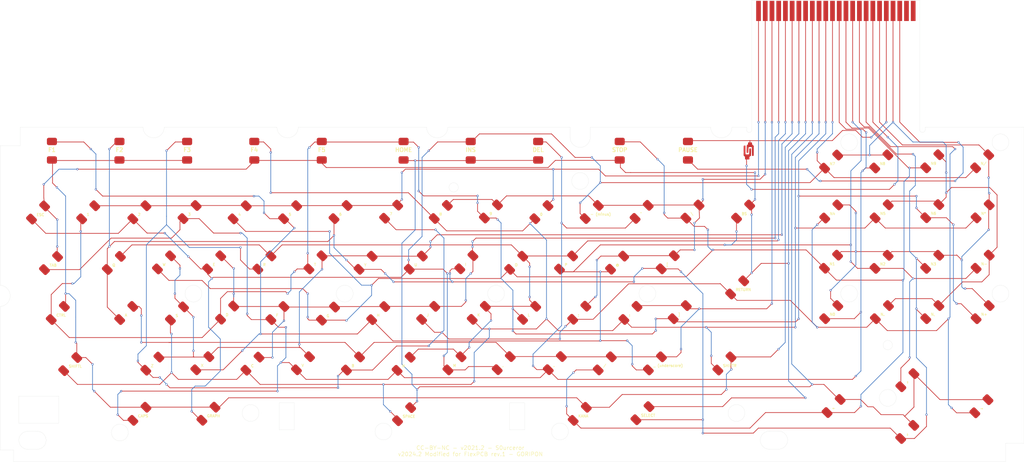
<source format=kicad_pcb>
(kicad_pcb (version 20221018) (generator pcbnew)
  (title_block (title "SONY HB-F1X series keyboard sheet replacement PCB") (date "2024-02-02") (rev "1") (company "Goripon Hardware") (comment 1 "(Goripon and Goripon Hardware follow S0urceror's decision.)") (comment 2 "* Please contact S0urceror regarding distribution of PCBs created using this data.") (comment 3 "Flex PCB version: Goripon") (comment 4 "Original Author: S0urceror"))
  (layers (0 "F.Cu" signal) (31 "B.Cu" signal) (34 "B.Paste" user) (35 "F.Paste" user) (36 "B.SilkS" user "B.Silkscreen") (37 "F.SilkS" user "F.Silkscreen") (38 "B.Mask" user) (39 "F.Mask" user) (44 "Edge.Cuts" user))
  (net 0 "")
  (net 1 "Net-(J1-Pin_1)")
  (net 2 "Net-(J1-Pin_2)")
  (net 3 "Net-(J1-Pin_3)")
  (net 4 "Net-(J1-Pin_4)")
  (net 5 "Net-(J1-Pin_5)")
  (net 6 "Net-(J1-Pin_6)")
  (net 7 "Net-(J1-Pin_7)")
  (net 8 "Net-(J1-Pin_8)")
  (net 9 "Net-(J1-Pin_9)")
  (net 10 "Net-(J1-Pin_10)")
  (net 11 "Net-(J1-Pin_11)")
  (net 12 "Net-(J1-Pin_12)")
  (net 13 "Net-(J1-Pin_13)")
  (net 14 "Net-(J1-Pin_14)")
  (net 15 "Net-(J1-Pin_15)")
  (net 16 "Net-(J1-Pin_16)")
  (net 17 "Net-(J1-Pin_17)")
  (net 18 "Net-(J1-Pin_18)")
  (net 19 "Net-(J1-Pin_19)")
  (net 20 "Net-(J1-Pin_20)")
  (net 21 "Net-(J1-Pin_21)")
  (net 22 "Net-(J1-Pin_22)")
  (footprint "mitsumi:key-diagonal-beauty" (layer "F.Cu") (at 220.533253 125.805834)
    (fp_text reference "SW1" hide)
    (fp_text value "0")
  )
  (footprint "mitsumi:key-diagonal-beauty" (layer "F.Cu") (at 49.371604 125.858046)
    (fp_text reference "SW2" hide)
    (fp_text value "1")
  )
  (footprint "mitsumi:key-diagonal-beauty" (layer "F.Cu") (at 68.693978 125.858046)
    (fp_text reference "SW3" hide)
    (fp_text value "2")
  )
  (footprint "mitsumi:key-diagonal-beauty" (layer "F.Cu") (at 87.64237 125.774939)
    (fp_text reference "SW4" hide)
    (fp_text value "3")
  )
  (footprint "mitsumi:key-diagonal-beauty" (layer "F.Cu") (at 106.573732 125.861901)
    (fp_text reference "SW5" hide)
    (fp_text value "4")
  )
  (footprint "mitsumi:key-diagonal-beauty" (layer "F.Cu") (at 125.622446 125.815942)
    (fp_text reference "SW6" hide)
    (fp_text value "5")
  )
  (footprint "mitsumi:key-diagonal-beauty" (layer "F.Cu") (at 144.673309 125.767834)
    (fp_text reference "SW7" hide)
    (fp_text value "6")
  )
  (footprint "mitsumi:key-diagonal-beauty" (layer "F.Cu") (at 163.772281 125.623509)
    (fp_text reference "SW8" hide)
    (fp_text value "7")
  )
  (footprint "mitsumi:key-diagonal-beauty" (layer "F.Cu") (at 182.520994 125.730971)
    (fp_text reference "SW9" hide)
    (fp_text value "8")
  )
  (footprint "mitsumi:key-diagonal-beauty" (layer "F.Cu") (at 201.458773 125.545307)
    (fp_text reference "SW10" hide)
    (fp_text value "9")
  )
  (footprint "mitsumi:key-diagonal-beauty" (layer "F.Cu") (at 239.543897 125.748916)
    (fp_text reference "SW11" hide)
    (fp_text value "- (minus)")
  )
  (footprint "mitsumi:key-diagonal-beauty" (layer "F.Cu") (at 258.383786 125.691998)
    (fp_text reference "SW12" hide)
    (fp_text value "^")
  )
  (footprint "mitsumi:key-diagonal-beauty" (layer "F.Cu") (at 277.572014 125.584873)
    (fp_text reference "SW13" hide)
    (fp_text value "\\")
  )
  (footprint "mitsumi:key-diagonal-beauty" (layer "F.Cu") (at 249.113395 144.876175)
    (fp_text reference "SW14" hide)
    (fp_text value "@")
  )
  (footprint "mitsumi:key-diagonal-beauty" (layer "F.Cu") (at 268.243253 144.731845)
    (fp_text reference "SW15" hide)
    (fp_text value "[")
  )
  (footprint "mitsumi:key-diagonal-beauty" (layer "F.Cu") (at 234.827158 163.793208)
    (fp_text reference "SW16" hide)
    (fp_text value ";")
  )
  (footprint "mitsumi:key-diagonal-beauty" (layer "F.Cu") (at 254.152718 163.861703)
    (fp_text reference "SW17" hide)
    (fp_text value ":")
  )
  (footprint "mitsumi:key-diagonal-beauty" (layer "F.Cu") (at 272.771306 163.56815)
    (fp_text reference "SW18" hide)
    (fp_text value "]")
  )
  (footprint "mitsumi:key-diagonal-beauty" (layer "F.Cu") (at 206.291675 182.816187)
    (fp_text reference "SW19" hide)
    (fp_text value ",")
  )
  (footprint "mitsumi:key-diagonal-beauty" (layer "F.Cu") (at 225.581998 182.816187)
    (fp_text reference "SW20" hide)
    (fp_text value ".")
  )
  (footprint "mitsumi:key-diagonal-beauty" (layer "F.Cu") (at 244.437975 182.910338)
    (fp_text reference "SW21" hide)
    (fp_text value "/")
  )
  (footprint "mitsumi:key-diagonal-beauty" (layer "F.Cu") (at 263.391367 182.910338)
    (fp_text reference "SW22" hide)
    (fp_text value "_ (underscore)")
  )
  (footprint "mitsumi:key-diagonal-beauty" (layer "F.Cu") (at 63.731405 163.879725)
    (fp_text reference "SW23" hide)
    (fp_text value "A")
  )
  (footprint "mitsumi:key-diagonal-beauty" (layer "F.Cu") (at 149.366646 182.959134)
    (fp_text reference "SW24" hide)
    (fp_text value "B")
  )
  (footprint "mitsumi:key-diagonal-beauty" (layer "F.Cu") (at 111.399647 183.023118)
    (fp_text reference "SW25" hide)
    (fp_text value "C")
  )
  (footprint "mitsumi:key-diagonal-beauty" (layer "F.Cu") (at 101.831057 163.753343)
    (fp_text reference "SW26" hide)
    (fp_text value "D")
  )
  (footprint "mitsumi:key-diagonal-beauty" (layer "F.Cu") (at 96.952083 144.76844)
    (fp_text reference "SW27" hide)
    (fp_text value "E")
  )
  (footprint "mitsumi:key-diagonal-beauty" (layer "F.Cu") (at 120.827251 163.914921)
    (fp_text reference "SW28" hide)
    (fp_text value "F")
  )
  (footprint "mitsumi:key-diagonal-beauty" (layer "F.Cu") (at 139.928322 164.120542)
    (fp_text reference "SW29" hide)
    (fp_text value "G")
  )
  (footprint "mitsumi:key-diagonal-beauty" (layer "F.Cu") (at 158.89988 163.935152)
    (fp_text reference "SW30" hide)
    (fp_text value "H")
  )
  (footprint "mitsumi:key-diagonal-beauty" (layer "F.Cu") (at 192.186622 144.716408)
    (fp_text reference "SW31" hide)
    (fp_text value "I")
  )
  (footprint "mitsumi:key-diagonal-beauty" (layer "F.Cu") (at 177.772745 163.861061)
    (fp_text reference "SW32" hide)
    (fp_text value "J")
  )
  (footprint "mitsumi:key-diagonal-beauty" (layer "F.Cu") (at 196.867287 163.828232)
    (fp_text reference "SW33" hide)
    (fp_text value "K")
  )
  (footprint "mitsumi:key-diagonal-beauty" (layer "F.Cu") (at 215.893002 163.842133)
    (fp_text reference "SW34" hide)
    (fp_text value "L")
  )
  (footprint "mitsumi:key-diagonal-beauty" (layer "F.Cu") (at 187.693382 182.902691)
    (fp_text reference "SW35" hide)
    (fp_text value "M")
  )
  (footprint "mitsumi:key-diagonal-beauty" (layer "F.Cu") (at 168.489563 183.075698)
    (fp_text reference "SW36" hide)
    (fp_text value "N")
  )
  (footprint "mitsumi:key-diagonal-beauty" (layer "F.Cu") (at 211.000455 144.9251)
    (fp_text reference "SW37" hide)
    (fp_text value "O")
  )
  (footprint "mitsumi:key-diagonal-beauty" (layer "F.Cu") (at 229.83676 144.82725)
    (fp_text reference "SW38" hide)
    (fp_text value "P")
  )
  (footprint "mitsumi:key-diagonal-beauty" (layer "F.Cu") (at 115.90673 144.816548)
    (fp_text reference "SW40" hide)
    (fp_text value "R")
  )
  (footprint "mitsumi:key-diagonal-beauty" (layer "F.Cu") (at 82.88969 164.058634)
    (fp_text reference "SW41" hide)
    (fp_text value "S")
  )
  (footprint "mitsumi:key-diagonal-beauty" (layer "F.Cu") (at 135.198135 144.76844)
    (fp_text reference "SW42" hide)
    (fp_text value "T")
  )
  (footprint "mitsumi:key-diagonal-beauty" (layer "F.Cu") (at 173.082199 144.864721)
    (fp_text reference "SW43" hide)
    (fp_text value "U")
  )
  (footprint "mitsumi:key-diagonal-beauty" (layer "F.Cu") (at 130.48258 182.865408)
    (fp_text reference "SW44" hide)
    (fp_text value "V")
  )
  (footprint "mitsumi:key-diagonal-beauty" (layer "F.Cu") (at 77.993825 144.773019)
    (fp_text reference "SW45" hide)
    (fp_text value "W")
  )
  (footprint "mitsumi:key-diagonal-beauty" (layer "F.Cu") (at 92.474425 182.865408)
    (fp_text reference "SW46" hide)
    (fp_text value "X")
  )
  (footprint "mitsumi:key-diagonal-beauty" (layer "F.Cu") (at 154.119913 144.917247)
    (fp_text reference "SW47" hide)
    (fp_text value "Y")
  )
  (footprint "mitsumi:key-diagonal-beauty" (layer "F.Cu") (at 73.586228 183.015687)
    (fp_text reference "SW48" hide)
    (fp_text value "Z")
  )
  (footprint "mitsumi:key-diagonal-beauty" (layer "F.Cu") (at 42.573533 183.186908)
    (fp_text reference "SW49" hide)
    (fp_text value "SHIFTL")
  )
  (footprint "mitsumi:key-diagonal-beauty" (layer "F.Cu") (at 37.871783 163.879725)
    (fp_text reference "SW50" hide)
    (fp_text value "CTRL")
  )
  (footprint "mitsumi:key-diagonal-beauty" (layer "F.Cu") (at 94.773934 201.935177)
    (fp_text reference "SW51" hide)
    (fp_text value "GRAPH")
  )
  (footprint "mitsumi:key-diagonal-beauty" (layer "F.Cu") (at 68.708743 201.960369)
    (fp_text reference "SW52" hide)
    (fp_text value "CAPS")
  )
  (footprint "mitsumi:key-diagonal-beauty" (layer "F.Cu") (at 234.998666 201.977566)
    (fp_text reference "SW53" hide)
    (fp_text value "KANA")
  )
  (footprint "mitsumi:key-diagonal-beauty" (layer "F.Cu") (at 35.318389 145.02234)
    (fp_text reference "SW60" hide)
    (fp_text value "TAB")
  )
  (footprint "mitsumi:key-diagonal-beauty" (layer "F.Cu") (at 296.703624 125.584873)
    (fp_text reference "SW62" hide)
    (fp_text value "BS")
  )
  (footprint "mitsumi:key-diagonal-beauty" (layer "F.Cu") (at 258.690407 201.725527)
    (fp_text reference "SW63" hide)
    (fp_text value "SELECT")
  )
  (footprint "mitsumi:key-diagonal-beauty" (layer "F.Cu") (at 168.662571 202.10651)
    (fp_text reference "SW65" hide)
    (fp_text value "SPACE")
  )
  (footprint "mitsumi:key-diagonal-beauty" (layer "F.Cu") (at 330.884093 199.020349)
    (fp_text reference "SW69" hide)
    (fp_text value "←")
  )
  (footprint "mitsumi:key-diagonal-beauty" (layer "F.Cu") (at 358.75051 189.262923)
    (fp_text reference "SW70" hide)
    (fp_text value "↑")
  )
  (footprint "mitsumi:key-diagonal-beauty" (layer "F.Cu") (at 358.694329 208.813987)
    (fp_text reference "SW71" hide)
    (fp_text value "↓")
  )
  (footprint "mitsumi:key-diagonal-beauty" (layer "F.Cu") (at 386.699335 199.102757)
    (fp_text reference "SW72" hide)
    (fp_text value "→")
  )
  (footprint "mitsumi:key-diagonal-beauty" (layer "F.Cu") (at 387.16625 125.490224)
    (fp_text reference "SW73" hide)
    (fp_text value "N*")
  )
  (footprint "mitsumi:key-diagonal-beauty" (layer "F.Cu") (at 387.16975 163.56096)
    (fp_text reference "SW74" hide)
    (fp_text value "N+")
  )
  (footprint "mitsumi:key-diagonal-beauty" (layer "F.Cu") (at 386.995435 106.58906)
    (fp_text reference "SW75" hide)
    (fp_text value "N/")
  )
  (footprint "mitsumi:key-diagonal-beauty" (layer "F.Cu") (at 329.997821 163.56096)
    (fp_text reference "SW76" hide)
    (fp_text value "N0")
  )
  (footprint "mitsumi:key-diagonal-beauty" (layer "F.Cu") (at 329.907787 144.518656)
    (fp_text reference "SW77" hide)
    (fp_text value "N1")
  )
  (footprint "mitsumi:key-diagonal-beauty" (layer "F.Cu") (at 348.996209 144.562573)
    (fp_text reference "SW78" hide)
    (fp_text value "N2")
  )
  (footprint "mitsumi:key-diagonal-beauty" (layer "F.Cu") (at 368.128547 144.562573)
    (fp_text reference "SW79" hide)
    (fp_text value "N3")
  )
  (footprint "mitsumi:key-diagonal-beauty" (layer "F.Cu") (at 330.007244 125.547155)
    (fp_text reference "SW80" hide)
    (fp_text value "N4")
  )
  (footprint "mitsumi:key-diagonal-beauty" (layer "F.Cu") (at 349.022292 125.490224)
    (fp_text reference "SW81" hide)
    (fp_text value "N5")
  )
  (footprint "mitsumi:key-diagonal-beauty" (layer "F.Cu") (at 368.151202 125.433292)
    (fp_text reference "SW82" hide)
    (fp_text value "N6")
  )
  (footprint "mitsumi:key-diagonal-beauty" (layer "F.Cu") (at 329.950292 106.702923)
    (fp_text reference "SW83" hide)
    (fp_text value "N7")
  )
  (footprint "mitsumi:key-diagonal-beauty" (layer "F.Cu") (at 348.908408 106.645991)
    (fp_text reference "SW84" hide)
    (fp_text value "N8")
  )
  (footprint "mitsumi:key-diagonal-beauty" (layer "F.Cu") (at 368.151181 106.58906)
    (fp_text reference "SW85" hide)
    (fp_text value "N9")
  )
  (footprint "mitsumi:key-diagonal-beauty" (layer "F.Cu") (at 387.170851 144.517555)
    (fp_text reference "SW86" hide)
    (fp_text value "N-")
  )
  (footprint "mitsumi:key-diagonal-beauty" (layer "F.Cu") (at 368.172464 163.56096)
    (fp_text reference "SW87" hide)
    (fp_text value "N,")
  )
  (footprint "mitsumi:key-diagonal-beauty" (layer "F.Cu") (at 349.13016 163.56096)
    (fp_text reference "SW88" hide)
    (fp_text value "N.")
  )
  (footprint "mitsumi:key-reset" (layer "F.Cu") (at 298.83226 102.854333 180)
    (fp_text reference "SW90" hide)
    (fp_text value "RESET" hide)
  )
  (footprint "mitsumi:key-diagonal-beauty" (layer "F.Cu") (at 59.045433 144.980787)
    (fp_text reference "SW39" hide)
    (fp_text value "Q")
  )
  (footprint "mitsumi:key-diagonal-beauty" (layer "F.Cu") (at 289.64639 182.951966)
    (fp_text reference "SW91" hide)
    (fp_text value "SHIFTR")
  )
  (footprint "mitsumi:key-horizontal-beauty" (layer "F.Cu") (at 275.940702 106.2825)
    (fp_text reference "SW89" hide)
    (fp_text value "PAUSE")
  )
  (footprint "mitsumi:key-horizontal-beauty" (layer "F.Cu") (at 219.369157 106.2825)
    (fp_text reference "SW68" hide)
    (fp_text value "DEL")
  )
  (footprint "mitsumi:key-horizontal-beauty" (layer "F.Cu") (at 193.8954 106.2825)
    (fp_text reference "SW67" hide)
    (fp_text value "INS")
  )
  (footprint "mitsumi:key-horizontal-beauty" (layer "F.Cu") (at 168.54 106.2825)
    (fp_text reference "SW66" hide)
    (fp_text value "HOME")
  )
  (footprint "mitsumi:key-horizontal-beauty" (layer "F.Cu") (at 250.166253 106.2825)
    (fp_text reference "SW61" hide)
    (fp_text value "STOP")
  )
  (footprint "mitsumi:key-horizontal-beauty" (layer "F.Cu") (at 137.637337 106.2825)
    (fp_text reference "SW58" hide)
    (fp_text value "F5")
  )
  (footprint "mitsumi:key-horizontal-beauty" (layer "F.Cu") (at 112.152931 106.2825)
    (fp_text reference "SW57" hide)
    (fp_text value "F4")
  )
  (footprint "mitsumi:key-horizontal-beauty" (layer "F.Cu") (at 86.786677 106.2825)
    (fp_text reference "SW56" hide)
    (fp_text value "F3")
  )
  (footprint "mitsumi:key-horizontal-beauty" (layer "F.Cu") (at 61.224342 106.2825)
    (fp_text reference "SW55" hide)
    (fp_text value "F2")
  )
  (footprint "mitsumi:key-horizontal-beauty" (layer "F.Cu") (at 35.725914 106.2825)
    (fp_text reference "SW54" hide)
    (fp_text value "F1")
  )
  (footprint "mitsumi:key-diagonal-beauty" (layer "F.Cu") (at 30.423212 125.941153)
    (fp_text reference "SW59" hide)
    (fp_text value "ESC")
  )
  (footprint "mitsumi:key-diagonal-beauty" (layer "F.Cu") (at 294.461374 154.232674)
    (fp_text reference "SW64" hide)
    (fp_text value "RETURN")
  )
  (footprint "mitsumi:edge_connector" (layer "F.Cu") (at 302.58855 49.997282)
    (fp_text reference "J1" hide)
    (fp_text value "Conn_01x24" hide)
  )
  (gr_line (start 402.855 93.9) (end 402.855 213.28) (stroke (width 0.05)) (layer "Edge.Cuts"))
  (gr_arc (start 306.654219 215.507696) (mid 303.262004 212.1155) (end 306.654219 208.723372) (stroke (width 0.05)) (layer "Edge.Cuts"))
  (gr_arc (start 310.143952 208.686629) (mid 313.554968 212.101365) (end 310.135422 215.507495) (stroke (width 0.05)) (layer "Edge.Cuts"))
  (gr_line (start 306.654219 208.723372) (end 310.143952 208.686629) (stroke (width 0.05)) (layer "Edge.Cuts"))
  (gr_line (start 310.135422 215.507495) (end 306.654219 215.507697) (stroke (width 0.05)) (layer "Edge.Cuts"))
  (gr_line (start 121.55 208.2) (end 121.55 198.04) (stroke (width 0.05)) (layer "Edge.Cuts"))
  (gr_line (start 208.545 208.2) (end 208.545 198.04) (stroke (width 0.05)) (layer "Edge.Cuts"))
  (gr_line (start 208.545 198.04) (end 214.26 198.04) (stroke (width 0.05)) (layer "Edge.Cuts"))
  (gr_line (start 214.26 208.2) (end 208.545 208.2) (stroke (width 0.05)) (layer "Edge.Cuts"))
  (gr_line (start 214.26 198.04) (end 214.26 208.2) (stroke (width 0.05)) (layer "Edge.Cuts"))
  (gr_circle (center 351.398435 176.199905) (end 353.126441 176.539513) (stroke (width 0.05)) (fill none) (layer "Edge.Cuts"))
  (gr_line (start 23.76 93.9) (end 70.115 93.9) (stroke (width 0.05)) (layer "Edge.Cuts"))
  (gr_arc (start 185.256092 93.9) (mid 181.24 97.916092) (end 177.223908 93.9) (stroke (width 0.05)) (layer "Edge.Cuts"))
  (gr_arc (start 292.571092 93.9) (mid 288.555 97.916092) (end 284.538908 93.9) (stroke (width 0.05)) (layer "Edge.Cuts"))
  (gr_line (start 78.147184 93.9) (end 120.708908 93.9) (stroke (width 0.05)) (layer "Edge.Cuts"))
  (gr_line (start 128.741092 93.9) (end 177.223908 93.9) (stroke (width 0.05)) (layer "Edge.Cuts"))
  (gr_line (start 185.256092 93.9) (end 231.405 93.9) (stroke (width 0.05)) (layer "Edge.Cuts"))
  (gr_line (start 239.025 93.9) (end 284.538908 93.9) (stroke (width 0.05)) (layer "Edge.Cuts"))
  (gr_line (start 395.87 220.265) (end 21.22 220.265) (stroke (width 0.05)) (layer "Edge.Cuts"))
  (gr_arc (start 78.147184 93.9) (mid 74.131092 97.916092) (end 70.115 93.9) (stroke (width 0.05)) (layer "Edge.Cuts"))
  (gr_line (start 16.14 100.885) (end 23.76 100.885) (stroke (width 0.05)) (layer "Edge.Cuts"))
  (gr_line (start 23.76 100.885) (end 23.76 93.9) (stroke (width 0.05)) (layer "Edge.Cuts"))
  (gr_line (start 395.87 213.28) (end 395.87 220.265) (stroke (width 0.05)) (layer "Edge.Cuts"))
  (gr_line (start 402.855 213.28) (end 395.87 213.28) (stroke (width 0.05)) (layer "Edge.Cuts"))
  (gr_line (start 365.49855 93.9) (end 402.855 93.9) (stroke (width 0.05)) (layer "Edge.Cuts"))
  (gr_circle (center 235.215 114.22) (end 237.755 116.125) (stroke (width 0.05)) (fill none) (layer "Edge.Cuts"))
  (gr_line (start 16.14 153.59) (end 16.14 100.885) (stroke (width 0.05)) (layer "Edge.Cuts"))
  (gr_rect (start 23.125 195.5) (end 38.365 205.66) (stroke (width 0.05)) (fill none) (layer "Edge.Cuts"))
  (gr_line (start 127.265 198.04) (end 127.265 208.2) (stroke (width 0.05)) (layer "Edge.Cuts"))
  (gr_circle (center 203.465 156.765) (end 205.37 159.305) (stroke (width 0.05)) (fill none) (layer "Edge.Cuts"))
  (gr_circle (center 336.815 156.765) (end 338.72 159.305) (stroke (width 0.05)) (fill none) (layer "Edge.Cuts"))
  (gr_arc (start 26.628797 215.548466) (mid 23.241254 212.16092) (end 26.628797 208.773372) (stroke (width 0.05)) (layer "Edge.Cuts"))
  (gr_circle (center 294.27 201.85) (end 296.175 204.39) (stroke (width 0.05)) (fill none) (layer "Edge.Cuts"))
  (gr_circle (center 393.965 99.615) (end 396.505 101.52) (stroke (width 0.05)) (fill none) (layer "Edge.Cuts"))
  (gr_circle (center 110.755 201.85) (end 113.295 203.755) (stroke (width 0.05)) (fill none) (layer "Edge.Cuts"))
  (gr_line (start 121.55 198.04) (end 127.265 198.04) (stroke (width 0.05)) (layer "Edge.Cuts"))
  (gr_line (start 292.580642 93.9) (end 298.09455 93.9) (stroke (width 0.05)) (layer "Edge.Cuts"))
  (gr_arc (start 16.14 153.59) (mid 19.955152 157.60609) (end 16.14 161.622184) (stroke (width 0.05)) (layer "Edge.Cuts"))
  (gr_circle (center 160.92 208.835) (end 164.095 208.835) (stroke (width 0.05)) (fill none) (layer "Edge.Cuts"))
  (gr_circle (center 61.38193 209.234603) (end 63.92193 211.139603) (stroke (width 0.05)) (fill none) (layer "Edge.Cuts"))
  (gr_line (start 16.14 215.82) (end 16.14 161.622184) (stroke (width 0.05)) (layer "Edge.Cuts"))
  (gr_line (start 127.265 208.2) (end 121.55 208.2) (stroke (width 0.05)) (layer "Edge.Cuts"))
  (gr_arc (start 128.741092 93.9) (mid 124.725 97.916092) (end 120.708908 93.9) (stroke (width 0.05)) (layer "Edge.Cuts"))
  (gr_line (start 363.49855 94.9) (end 363.49855 45.899848) (stroke (width 0.05)) (layer "Edge.Cuts"))
  (gr_line (start 21.22 215.82) (end 16.14 215.82) (stroke (width 0.05)) (layer "Edge.Cuts"))
  (gr_line (start 365.49855 93.9) (end 365.49855 94.900001) (stroke (width 0.05)) (layer "Edge.Cuts"))
  (gr_circle (center 227.595 208.835) (end 230.135 210.74) (stroke (width 0.05)) (fill none) (layer "Edge.Cuts"))
  (gr_line (start 26.628797 208.773372) (end 30.11853 208.736629) (stroke (width 0.05)) (layer "Edge.Cuts"))
  (gr_arc (start 239.025 97.71) (mid 235.215 101.52) (end 231.405 97.71) (stroke (width 0.05)) (layer "Edge.Cuts"))
  (gr_circle (center 89.165 156.765) (end 91.07 159.305) (stroke (width 0.05)) (fill none) (layer "Edge.Cuts"))
  (gr_arc (start 300.095 94.9) (mid 299.095 95.899999) (end 298.095 94.9) (stroke (width 0.05)) (layer "Edge.Cuts"))
  (gr_line (start 300.09455 94.9) (end 300.09455 45.899848) (stroke (width 0.05)) (layer "Edge.Cuts"))
  (gr_line (start 21.22 220.265) (end 21.22 215.82) (stroke (width 0.05)) (layer "Edge.Cuts"))
  (gr_circle (center 393.965 156.765) (end 396.505 158.67) (stroke (width 0.05)) (fill none) (layer "Edge.Cuts"))
  (gr_circle (center 146.315 156.765) (end 149.49 156.765) (stroke (width 0.05)) (fill none) (layer "Edge.Cuts"))
  (gr_line (start 239.025 97.71) (end 239.025 93.9) (stroke (width 0.05)) (layer "Edge.Cuts"))
  (gr_arc (start 30.11853 208.736629) (mid 33.524908 212.146715) (end 30.11 215.548265) (stroke (width 0.05)) (layer "Edge.Cuts"))
  (gr_line (start 300.09455 45.899848) (end 363.49855 45.894716) (stroke (width 0.05)) (layer "Edge.Cuts"))
  (gr_line (start 30.11 215.548265) (end 26.628797 215.548467) (stroke (width 0.05)) (layer "Edge.Cuts"))
  (gr_circle (center 336.815 99.615) (end 339.355 101.52) (stroke (width 0.05)) (fill none) (layer "Edge.Cuts"))
  (gr_line (start 231.405 97.71) (end 231.405 93.9) (stroke (width 0.05)) (layer "Edge.Cuts"))
  (gr_circle (center 260.615 156.765) (end 263.155 158.67) (stroke (width 0.05)) (fill none) (layer "Edge.Cuts"))
  (gr_circle (center 351.42 196.135) (end 353.325 198.675) (stroke (width 0.05)) (fill none) (layer "Edge.Cuts"))
  (gr_line (start 298.09455 93.9) (end 298.095 94.9) (stroke (width 0.05)) (layer "Edge.Cuts"))
  (gr_arc (start 365.49855 94.900001) (mid 364.49855 95.9) (end 363.49855 94.900001) (stroke (width 0.05)) (layer "Edge.Cuts"))
  (gr_circle (center 187.437083 116.640138) (end 189.165089 116.979746) (stroke (width 0.05)) (fill none) (layer "Edge.Cuts"))
  (gr_text "CC-BY-NC - v2021.2 - S0urceror" (at 193.745 215.005) (layer "F.SilkS") (effects (font (size 1.5 1.5) (thickness 0.153))))
  (gr_text "v2024.2 Modified for FlexPCB rev.1 - GORIPON" (at 193.78 217.385) (layer "F.SilkS") (effects (font (size 1.5 1.5) (thickness 0.153))))
  (segment (start 223.073253 123.186747) (end 223.073253 123.519834) (width 0.25) (layer "F.Cu") (net 1))
  (segment (start 147.165201 123.529942) (end 147.213309 123.481834) (width 0.25) (layer "F.Cu") (net 1))
  (segment (start 128.162446 123.529942) (end 147.165201 123.529942) (width 0.25) (layer "F.Cu") (net 1))
  (segment (start 128.116487 123.575901) (end 128.162446 123.529942) (width 0.25) (layer "F.Cu") (net 1))
  (segment (start 244.74 112.315) (end 242.2 109.775) (width 0.25) (layer "F.Cu") (net 1))
  (segment (start 90.18237 123.488939) (end 109.02677 123.488939) (width 0.25) (layer "F.Cu") (net 1))
  (segment (start 167.905 121.205) (end 166.312281 122.797719) (width 0.25) (layer "F.Cu") (net 1))
  (segment (start 169.175 109.775) (end 167.905 111.045) (width 0.25) (layer "F.Cu") (net 1))
  (segment (start 242.2 109.775) (end 169.175 109.775) (width 0.25) (layer "F.Cu") (net 1))
  (segment (start 109.113732 123.575901) (end 128.116487 123.575901) (width 0.25) (layer "F.Cu") (net 1))
  (segment (start 109.02677 123.488939) (end 109.113732 123.575901) (width 0.25) (layer "F.Cu") (net 1))
  (segment (start 51.911604 123.572046) (end 71.233978 123.572046) (width 0.25) (layer "F.Cu") (net 1))
  (segment (start 166.312281 122.797719) (end 166.312281 123.337509) (width 0.25) (layer "F.Cu") (net 1))
  (segment (start 302.58855 92) (end 302.58855 49.997282) (width 0.25) (layer "F.Cu") (net 1))
  (segment (start 90.099263 123.572046) (end 90.18237 123.488939) (width 0.25) (layer "F.Cu") (net 1))
  (segment (start 225.055 121.205) (end 223.073253 123.186747) (width 0.25) (layer "F.Cu") (net 1))
  (segment (start 166.167956 123.481834) (end 166.312281 123.337509) (width 0.25) (layer "F.Cu") (net 1))
  (segment (start 147.213309 123.481834) (end 166.167956 123.481834) (width 0.25) (layer "F.Cu") (net 1))
  (segment (start 71.233978 123.572046) (end 90.099263 123.572046) (width 0.25) (layer "F.Cu") (net 1))
  (segment (start 302.525 112.315) (end 244.74 112.315) (width 0.25) (layer "F.Cu") (net 1))
  (via (at 167.905 111.045) (size 0.8) (drill 0.4) (layers "F.Cu" "B.Cu") (net 1))
  (via (at 302.525 112.315) (size 0.8) (drill 0.4) (layers "F.Cu" "B.Cu") (net 1))
  (via (at 167.905 121.205) (size 0.8) (drill 0.4) (layers "F.Cu" "B.Cu") (net 1))
  (via (at 302.58855 92) (size 0.8) (drill 0.4) (layers "F.Cu" "B.Cu") (net 1))
  (via (at 225.055 109.775) (size 0.8) (drill 0.4) (layers "F.Cu" "B.Cu") (net 1))
  (via (at 225.055 121.205) (size 0.8) (drill 0.4) (layers "F.Cu" "B.Cu") (net 1))
  (segment (start 302.58855 112.25145) (end 302.525 112.315) (width 0.25) (layer "B.Cu") (net 1))
  (segment (start 225.055 121.205) (end 225.055 109.775) (width 0.25) (layer "B.Cu") (net 1))
  (segment (start 302.58855 92) (end 302.58855 112.25145) (width 0.25) (layer "B.Cu") (net 1))
  (segment (start 167.905 121.205) (end 167.905 111.045) (width 0.25) (layer "B.Cu") (net 1))
  (segment (start 207.413089 119.844991) (end 238.465972 119.844991) (width 0.25) (layer "F.Cu") (net 2))
  (segment (start 303.16 113.585) (end 281.569994 113.585) (width 0.25) (layer "F.Cu") (net 2))
  (segment (start 305.065 111.68) (end 303.16 113.585) (width 0.25) (layer "F.Cu") (net 2))
  (segment (start 270.783253 142.445845) (end 251.797725 142.445845) (width 0.25) (layer "F.Cu") (net 2))
  (segment (start 280.3 128.19) (end 280.112014 123.298873) (width 0.25) (layer "F.Cu") (net 2))
  (segment (start 260.923786 123.405998) (end 242.140815 123.405998) (width 0.25) (layer "F.Cu") (net 2))
  (segment (start 251.653395 142.590175) (end 243.039825 142.590175) (width 0.25) (layer "F.Cu") (net 2))
  (segment (start 187.300965 121.205) (end 201.944466 121.205) (width 0.25) (layer "F.Cu") (net 2))
  (segment (start 281.57 121.205) (end 281.57 121.840887) (width 0.25) (layer "F.Cu") (net 2))
  (segment (start 242.140815 123.405998) (end 242.083897 123.462916) (width 0.25) (layer "F.Cu") (net 2))
  (segment (start 237.367158 161.507208) (end 240.839366 158.035) (width 0.25) (layer "F.Cu") (net 2))
  (segment (start 280.112014 123.298873) (end 261.030911 123.298873) (width 0.25) (layer "F.Cu") (net 2))
  (segment (start 278.395 140.255) (end 272.974098 140.255) (width 0.25) (layer "F.Cu") (net 2))
  (segment (start 261.030911 123.298873) (end 260.923786 123.405998) (width 0.25) (layer "F.Cu") (net 2))
  (segment (start 305.12855 92) (end 305.12855 49.997282) (width 0.25) (layer "F.Cu") (net 2))
  (segment (start 278.395 130.095) (end 280.3 128.19) (width 0.25) (layer "F.Cu") (net 2))
  (segment (start 240.839366 158.035) (end 240.93 158.035) (width 0.25) (layer "F.Cu") (net 2))
  (segment (start 240.917171 122.29619) (end 242.083897 123.462916) (width 0.25) (layer "F.Cu") (net 2))
  (segment (start 281.57 121.840887) (end 280.112014 123.298873) (width 0.25) (layer "F.Cu") (net 2))
  (segment (start 272.974098 140.255) (end 270.783253 142.445845) (width 0.25) (layer "F.Cu") (net 2))
  (segment (start 251.797725 142.445845) (end 251.653395 142.590175) (width 0.25) (layer "F.Cu") (net 2))
  (segment (start 201.944466 121.205) (end 203.998773 123.259307) (width 0.25) (layer "F.Cu") (net 2))
  (segment (start 185.060994 123.444971) (end 187.300965 121.205) (width 0.25) (layer "F.Cu") (net 2))
  (segment (start 238.465972 119.844991) (end 240.917171 122.29619) (width 0.25) (layer "F.Cu") (net 2))
  (segment (start 203.998773 123.259307) (end 207.413089 119.844991) (width 0.25) (layer "F.Cu") (net 2))
  (segment (start 243.039825 142.590175) (end 241.565 144.065) (width 0.25) (layer "F.Cu") (net 2))
  (via (at 278.395 140.255) (size 0.8) (drill 0.4) (layers "F.Cu" "B.Cu") (net 2))
  (via (at 281.569994 113.585) (size 0.8) (drill 0.4) (layers "F.Cu" "B.Cu") (net 2))
  (via (at 281.57 121.205) (size 0.8) (drill 0.4) (layers "F.Cu" "B.Cu") (net 2))
  (via (at 305.065 111.68) (size 0.8) (drill 0.4) (layers "F.Cu" "B.Cu") (net 2))
  (via (at 240.93 158.035) (size 0.8) (drill 0.4) (layers "F.Cu" "B.Cu") (net 2))
  (via (at 241.565 144.065) (size 0.8) (drill 0.4) (layers "F.Cu" "B.Cu") (net 2))
  (via (at 305.12855 92) (size 0.8) (drill 0.4) (layers "F.Cu" "B.Cu") (net 2))
  (via (at 278.395 130.095) (size 0.8) (drill 0.4) (layers "F.Cu" "B.Cu") (net 2))
  (segment (start 241.565 157.4) (end 240.93 158.035) (width 0.25) (layer "B.Cu") (net 2))
  (segment (start 278.395 130.095) (end 278.395 133.27) (width 0.25) (layer "B.Cu") (net 2))
  (segment (start 305.12855 111.61645) (end 305.065 111.68) (width 0.25) (layer "B.Cu") (net 2))
  (segment (start 281.57 113.585006) (end 281.569994 113.585) (width 0.25) (layer "B.Cu") (net 2))
  (segment (start 281.57 121.205) (end 281.57 113.585006) (width 0.25) (layer "B.Cu") (net 2))
  (segment (start 278.395 133.27) (end 278.395 140.255) (width 0.25) (layer "B.Cu") (net 2))
  (segment (start 305.12855 92) (end 305.12855 111.61645) (width 0.25) (layer "B.Cu") (net 2))
  (segment (start 241.565 144.065) (end 241.565 157.4) (width 0.25) (layer "B.Cu") (net 2))
  (segment (start 146.413512 175.18) (end 79.85768 175.18) (width 0.25) (layer "F.Cu") (net 3))
  (segment (start 228.216149 180.624338) (end 228.121998 180.530187) (width 0.25) (layer "F.Cu") (net 3))
  (segment (start 275.311306 161.28215) (end 276.509156 162.48) (width 0.25) (layer "F.Cu") (net 3))
  (segment (start 157.39978 175.18) (end 151.906646 180.673134) (width 0.25) (layer "F.Cu") (net 3))
  (segment (start 273.315 177.72) (end 273.315 178.99) (width 0.25) (layer "F.Cu") (net 3))
  (segment (start 68.593725 161.593725) (end 69.48 162.48) (width 0.25) (layer "F.Cu") (net 3))
  (segment (start 307.66855 92) (end 307.66855 49.997282) (width 0.25) (layer "F.Cu") (net 3))
  (segment (start 151.906646 180.673134) (end 146.413512 175.18) (width 0.25) (layer "F.Cu") (net 3))
  (segment (start 246.977975 180.624338) (end 228.216149 180.624338) (width 0.25) (layer "F.Cu") (net 3))
  (segment (start 228.121998 180.530187) (end 208.831675 180.530187) (width 0.25) (layer "F.Cu") (net 3))
  (segment (start 69.48 162.48) (end 69.48 165.02) (width 0.25) (layer "F.Cu") (net 3))
  (segment (start 208.831675 180.530187) (end 203.481488 175.18) (width 0.25) (layer "F.Cu") (net 3))
  (segment (start 275.311306 161.28215) (end 256.986271 161.28215) (width 0.25) (layer "F.Cu") (net 3))
  (segment (start 271.680662 180.624338) (end 265.931367 180.624338) (width 0.25) (layer "F.Cu") (net 3))
  (segment (start 256.986271 161.28215) (end 256.692718 161.575703) (width 0.25) (layer "F.Cu") (net 3))
  (segment (start 276.509156 162.48) (end 305.7 162.48) (width 0.25) (layer "F.Cu") (net 3))
  (segment (start 69.48 175.18) (end 80.91 175.18) (width 0.25) (layer "F.Cu") (net 3))
  (segment (start 305.7 162.48) (end 307.605 160.575) (width 0.25) (layer "F.Cu") (net 3))
  (segment (start 66.271405 161.593725) (end 68.593725 161.593725) (width 0.25) (layer "F.Cu") (net 3))
  (segment (start 273.315 178.99) (end 271.680662 180.624338) (width 0.25) (layer "F.Cu") (net 3))
  (segment (start 265.931367 180.624338) (end 246.977975 180.624338) (width 0.25) (layer "F.Cu") (net 3))
  (segment (start 203.481488 175.18) (end 157.39978 175.18) (width 0.25) (layer "F.Cu") (net 3))
  (via (at 69.48 175.18) (size 0.8) (drill 0.4) (layers "F.Cu" "B.Cu") (net 3))
  (via (at 280.209986 162.48) (size 0.8) (drill 0.4) (layers "F.Cu" "B.Cu") (net 3))
  (via (at 273.315 177.72) (size 0.8) (drill 0.4) (layers "F.Cu" "B.Cu") (net 3))
  (via (at 307.66855 92) (size 0.8) (drill 0.4) (layers "F.Cu" "B.Cu") (net 3))
  (via (at 69.48 165.02) (size 0.8) (drill 0.4) (layers "F.Cu" "B.Cu") (net 3))
  (via (at 307.605 160.575) (size 0.8) (drill 0.4) (layers "F.Cu" "B.Cu") (net 3))
  (segment (start 307.66855 160.51145) (end 307.605 160.575) (width 0.25) (layer "B.Cu") (net 3))
  (segment (start 273.315 177.72) (end 273.315 169.374986) (width 0.25) (layer "B.Cu") (net 3))
  (segment (start 307.66855 92) (end 307.66855 160.51145) (width 0.25) (layer "B.Cu") (net 3))
  (segment (start 69.48 165.02) (end 69.48 175.18) (width 0.25) (layer "B.Cu") (net 3))
  (segment (start 273.315 169.374986) (end 280.209986 162.48) (width 0.25) (layer "B.Cu") (net 3))
  (segment (start 194.726622 148.358378) (end 193.94 149.145) (width 0.25) (layer "F.Cu") (net 4))
  (segment (start 194.575 137.08) (end 195.845 135.81) (width 0.25) (layer "F.Cu") (net 4))
  (segment (start 123.572872 161.834542) (end 123.367251 161.628921) (width 0.25) (layer "F.Cu") (net 4))
  (segment (start 161.43988 161.649152) (end 142.653712 161.649152) (width 0.25) (layer "F.Cu") (net 4))
  (segment (start 194.575 139.0745) (end 194.575 142.278786) (width 0.25) (layer "F.Cu") (net 4))
  (segment (start 161.513971 161.575061) (end 161.43988 161.649152) (width 0.25) (layer "F.Cu") (net 4))
  (segment (start 119.01 180.895) (end 114.097529 180.895) (width 0.25) (layer "F.Cu") (net 4))
  (segment (start 192.035 159.305) (end 192.035 159.94) (width 0.25) (layer "F.Cu") (net 4))
  (segment (start 195.845 135.81) (end 308.875 135.81) (width 0.25) (layer "F.Cu") (net 4))
  (segment (start 114.097529 180.895) (end 113.939647 180.737118) (width 0.25) (layer "F.Cu") (net 4))
  (segment (start 142.653712 161.649152) (end 142.468322 161.834542) (width 0.25) (layer "F.Cu") (net 4))
  (segment (start 123.367251 161.628921) (end 123.367251 167.012749) (width 0.25) (layer "F.Cu") (net 4))
  (segment (start 104.371057 161.467343) (end 104.371057 156.798943) (width 0.25) (layer "F.Cu") (net 4))
  (segment (start 142.468322 161.834542) (end 123.572872 161.834542) (width 0.25) (layer "F.Cu") (net 4))
  (segment (start 192.035 159.94) (end 190.399939 161.575061) (width 0.25) (layer "F.Cu") (net 4))
  (segment (start 104.532635 161.628921) (end 104.371057 161.467343) (width 0.25) (layer "F.Cu") (net 4))
  (segment (start 104.249643 147.24) (end 104.405 147.24) (width 0.25) (layer "F.Cu") (net 4))
  (segment (start 114.087882 180.737118) (end 113.939647 180.737118) (width 0.25) (layer "F.Cu") (net 4))
  (segment (start 99.492083 142.48244) (end 104.249643 147.24) (width 0.25) (layer "F.Cu") (net 4))
  (segment (start 180.312745 161.575061) (end 161.513971 161.575061) (width 0.25) (layer "F.Cu") (net 4))
  (segment (start 194.726622 142.430408) (end 194.726622 148.358378) (width 0.25) (layer "F.Cu") (net 4))
  (segment (start 190.399939 161.575061) (end 180.312745 161.575061) (width 0.25) (layer "F.Cu") (net 4))
  (segment (start 310.20855 92) (end 310.20855 49.997282) (width 0.25) (layer "F.Cu") (net 4))
  (segment (start 104.371057 156.798943) (end 104.405 156.765) (width 0.25) (layer "F.Cu") (net 4))
  (segment (start 123.367251 161.628921) (end 104.532635 161.628921) (width 0.25) (layer "F.Cu") (net 4))
  (via (at 104.405 156.765) (size 0.8) (drill 0.4) (layers "F.Cu" "B.Cu") (net 4))
  (via (at 193.94 149.145) (size 0.8) (drill 0.4) (layers "F.Cu" "B.Cu") (net 4))
  (via (at 119.01 180.895) (size 0.8) (drill 0.4) (layers "F.Cu" "B.Cu") (net 4))
  (via (at 194.575 139.0745) (size 0.8) (drill 0.4) (layers "F.Cu" "B.Cu") (net 4))
  (via (at 192.035 159.305) (size 0.8) (drill 0.4) (layers "F.Cu" "B.Cu") (net 4))
  (via (at 194.575 137.08) (size 0.8) (drill 0.4) (layers "F.Cu" "B.Cu") (net 4))
  (via (at 123.367251 167.012749) (size 0.8) (drill 0.4) (layers "F.Cu" "B.Cu") (net 4))
  (via (at 310.20855 92) (size 0.8) (drill 0.4) (layers "F.Cu" "B.Cu") (net 4))
  (via (at 104.405 147.24) (size 0.8) (drill 0.4) (layers "F.Cu" "B.Cu") (net 4))
  (via (at 308.875 135.81) (size 0.8) (drill 0.4) (layers "F.Cu" "B.Cu") (net 4))
  (segment (start 104.405 147.24) (end 104.405 158.035) (width 0.25) (layer "B.Cu") (net 4))
  (segment (start 119.01 171.37) (end 123.367251 167.012749) (width 0.25) (layer "B.Cu") (net 4))
  (segment (start 192.035 151.05) (end 192.035 159.305) (width 0.25) (layer "B.Cu") (net 4))
  (segment (start 310.20855 92) (end 310.20855 96.37645) (width 0.25) (layer "B.Cu") (net 4))
  (segment (start 194.575 137.08) (end 194.575 139.0745) (width 0.25) (layer "B.Cu") (net 4))
  (segment (start 310.20855 96.37645) (end 308.875 97.71) (width 0.25) (layer "B.Cu") (net 4))
  (segment (start 104.405 158.035) (end 104.405 156.765) (width 0.25) (layer "B.Cu") (net 4))
  (segment (start 193.94 149.145) (end 192.035 151.05) (width 0.25) (layer "B.Cu") (net 4))
  (segment (start 119.01 180.895) (end 119.01 171.37) (width 0.25) (layer "B.Cu") (net 4))
  (segment (start 308.875 97.71) (end 308.875 135.81) (width 0.25) (layer "B.Cu") (net 4))
  (segment (start 213.540455 142.6391) (end 216.165 145.263645) (width 0.25) (layer "F.Cu") (net 5))
  (segment (start 190.233382 180.616691) (end 187.336691 177.72) (width 0.25) (layer "F.Cu") (net 5))
  (segment (start 218.433002 161.556133) (end 199.421188 161.556133) (width 0.25) (layer "F.Cu") (net 5))
  (segment (start 199.407287 161.542232) (end 199.407287 162.232287) (width 0.25) (layer "F.Cu") (net 5))
  (segment (start 216.165 159.288131) (end 218.433002 161.556133) (width 0.25) (layer "F.Cu") (net 5))
  (segment (start 213.638305 142.54125) (end 213.540455 142.6391) (width 0.25) (layer "F.Cu") (net 5))
  (segment (start 232.37676 142.54125) (end 238.073011 136.844999) (width 0.25) (layer "F.Cu") (net 5))
  (segment (start 118.44673 142.530548) (end 122.627278 138.35) (width 0.25) (layer "F.Cu") (net 5))
  (segment (start 114.04456 138.35) (end 118.225108 142.530548) (width 0.25) (layer "F.Cu") (net 5))
  (segment (start 309.745001 136.844999) (end 310.145 136.445) (width 0.25) (layer "F.Cu") (net 5))
  (segment (start 199.407287 162.232287) (end 201.56 164.385) (width 0.25) (layer "F.Cu") (net 5))
  (segment (start 122.627278 138.35) (end 209.251355 138.35) (width 0.25) (layer "F.Cu") (net 5))
  (segment (start 65.93022 138.35) (end 114.04456 138.35) (width 0.25) (layer "F.Cu") (net 5))
  (segment (start 187.336691 177.72) (end 174.099261 177.72) (width 0.25) (layer "F.Cu") (net 5))
  (segment (start 216.165 158.035) (end 216.165 159.288131) (width 0.25) (layer "F.Cu") (net 5))
  (segment (start 199.421188 161.556133) (end 199.407287 161.542232) (width 0.25) (layer "F.Cu") (net 5))
  (segment (start 174.099261 177.72) (end 171.029563 180.789698) (width 0.25) (layer "F.Cu") (net 5))
  (segment (start 193.305 177.085) (end 190.233382 180.156618) (width 0.25) (layer "F.Cu") (net 5))
  (segment (start 190.233382 180.156618) (end 190.233382 180.616691) (width 0.25) (layer "F.Cu") (net 5))
  (segment (start 201.56 164.385) (end 201.56 166.925) (width 0.25) (layer "F.Cu") (net 5))
  (segment (start 232.37676 142.54125) (end 213.638305 142.54125) (width 0.25) (layer "F.Cu") (net 5))
  (segment (start 216.165 145.263645) (end 216.165 146.605) (width 0.25) (layer "F.Cu") (net 5))
  (segment (start 312.74855 92) (end 312.74855 49.997282) (width 0.25) (layer "F.Cu") (net 5))
  (segment (start 209.251355 138.35) (end 213.540455 142.6391) (width 0.25) (layer "F.Cu") (net 5))
  (segment (start 238.073011 136.844999) (end 309.745001 136.844999) (width 0.25) (layer "F.Cu") (net 5))
  (segment (start 118.225108 142.530548) (end 118.44673 142.530548) (width 0.25) (layer "F.Cu") (net 5))
  (segment (start 61.585433 142.694787) (end 65.93022 138.35) (width 0.25) (layer "F.Cu") (net 5))
  (via (at 216.165 146.605) (size 0.8) (drill 0.4) (layers "F.Cu" "B.Cu") (net 5))
  (via (at 216.165 158.035) (size 0.8) (drill 0.4) (layers "F.Cu" "B.Cu") (net 5))
  (via (at 310.145 136.445) (size 0.8) (drill 0.4) (layers "F.Cu" "B.Cu") (net 5))
  (via (at 312.74855 92) (size 0.8) (drill 0.4) (layers "F.Cu" "B.Cu") (net 5))
  (via (at 193.305 177.085) (size 0.8) (drill 0.4) (layers "F.Cu" "B.Cu") (net 5))
  (via (at 201.56 166.925) (size 0.8) (drill 0.4) (layers "F.Cu" "B.Cu") (net 5))
  (segment (start 216.165 146.605) (end 216.165 158.035) (width 0.25) (layer "B.Cu") (net 5))
  (segment (start 193.305 175.18) (end 201.56 166.925) (width 0.25) (layer "B.Cu") (net 5))
  (segment (start 310.145 98.98) (end 310.145 136.445) (width 0.25) (layer "B.Cu") (net 5))
  (segment (start 193.305 177.085) (end 193.305 175.18) (width 0.25) (layer "B.Cu") (net 5))
  (segment (start 312.74855 96.37645) (end 310.145 98.98) (width 0.25) (layer "B.Cu") (net 5))
  (segment (start 312.74855 92) (end 312.74855 96.37645) (width 0.25) (layer "B.Cu") (net 5))
  (segment (start 85.42969 161.772634) (end 89.165 165.507944) (width 0.25) (layer "F.Cu") (net 6))
  (segment (start 129.17 175.905) (end 129.17 177.085) (width 0.25) (layer "F.Cu") (net 6))
  (segment (start 82.18 158.522944) (end 82.18 156.764996) (width 0.25) (layer "F.Cu") (net 6))
  (segment (start 89.165 178.355) (end 89.165 180.564374) (width 0.25) (layer "F.Cu") (net 6))
  (segment (start 76.126228 180.729687) (end 89.330313 180.729687) (width 0.25) (layer "F.Cu") (net 6))
  (segment (start 178.7 137.08) (end 181.24 134.54) (width 0.25) (layer "F.Cu") (net 6))
  (segment (start 137.738135 142.48244) (end 156.511106 142.48244) (width 0.25) (layer "F.Cu") (net 6))
  (segment (start 178.7 139.0745) (end 178.7 139.50092) (width 0.25) (layer "F.Cu") (net 6))
  (segment (start 85.42969 161.772634) (end 82.18 158.522944) (width 0.25) (layer "F.Cu") (net 6))
  (segment (start 98.508833 177.085) (end 129.17 177.085) (width 0.25) (layer "F.Cu") (net 6))
  (segment (start 137.738135 142.48244) (end 137.738135 147.561865) (width 0.25) (layer "F.Cu") (net 6))
  (segment (start 315.28855 92) (end 315.28855 49.997282) (width 0.25) (layer "F.Cu") (net 6))
  (segment (start 89.165 165.507944) (end 89.165 165.655) (width 0.25) (layer "F.Cu") (net 6))
  (segment (start 181.24 134.54) (end 311.415 134.54) (width 0.25) (layer "F.Cu") (net 6))
  (segment (start 178.7 139.50092) (end 175.622199 142.578721) (width 0.25) (layer "F.Cu") (net 6))
  (segment (start 156.659913 142.631247) (end 175.569673 142.631247) (width 0.25) (layer "F.Cu") (net 6))
  (segment (start 89.330313 180.729687) (end 94.864146 180.729687) (width 0.25) (layer "F.Cu") (net 6))
  (segment (start 137.738135 147.561865) (end 137.738133 147.561867) (width 0.25) (layer "F.Cu") (net 6))
  (segment (start 156.511106 142.48244) (end 156.659913 142.631247) (width 0.25) (layer "F.Cu") (net 6))
  (segment (start 94.864146 180.729687) (end 95.014425 180.579408) (width 0.25) (layer "F.Cu") (net 6))
  (segment (start 175.569673 142.631247) (end 175.622199 142.578721) (width 0.25) (layer "F.Cu") (net 6))
  (segment (start 129.17 177.085) (end 129.528172 177.085) (width 0.25) (layer "F.Cu") (net 6))
  (segment (start 95.014425 180.579408) (end 98.508833 177.085) (width 0.25) (layer "F.Cu") (net 6))
  (segment (start 89.165 180.564374) (end 89.330313 180.729687) (width 0.25) (layer "F.Cu") (net 6))
  (segment (start 84.085 146.038194) (end 84.085 147.239998) (width 0.25) (layer "F.Cu") (net 6))
  (segment (start 80.533825 142.487019) (end 84.085 146.038194) (width 0.25) (layer "F.Cu") (net 6))
  (segment (start 129.528172 177.085) (end 133.02258 180.579408) (width 0.25) (layer "F.Cu") (net 6))
  (via (at 311.415 134.54) (size 0.8) (drill 0.4) (layers "F.Cu" "B.Cu") (net 6))
  (via (at 82.18 156.764996) (size 0.8) (drill 0.4) (layers "F.Cu" "B.Cu") (net 6))
  (via (at 84.085 147.239998) (size 0.8) (drill 0.4) (layers "F.Cu" "B.Cu") (net 6))
  (via (at 137.738133 147.561867) (size 0.8) (drill 0.4) (layers "F.Cu" "B.Cu") (net 6))
  (via (at 89.165 165.655) (size 0.8) (drill 0.4) (layers "F.Cu" "B.Cu") (net 6))
  (via (at 129.17 175.905) (size 0.8) (drill 0.4) (layers "F.Cu" "B.Cu") (net 6))
  (via (at 178.7 137.08) (size 0.8) (drill 0.4) (layers "F.Cu" "B.Cu") (net 6))
  (via (at 315.28855 92) (size 0.8) (drill 0.4) (layers "F.Cu" "B.Cu") (net 6))
  (via (at 178.7 139.0745) (size 0.8) (drill 0.4) (layers "F.Cu" "B.Cu") (net 6))
  (via (at 89.165 178.355) (size 0.8) (drill 0.4) (layers "F.Cu" "B.Cu") (net 6))
  (segment (start 129.17 175.905) (end 129.17 156.13) (width 0.25) (layer "B.Cu") (net 6))
  (segment (start 315.28855 96.37645) (end 315.28855 92) (width 0.25) (layer "B.Cu") (net 6))
  (segment (start 89.165 178.355) (end 89.165 165.655) (width 0.25) (layer "B.Cu") (net 6))
  (segment (start 82.18 156.764996) (end 82.18 151.685) (width 0.25) (layer "B.Cu") (net 6))
  (segment (start 84.085 149.78) (end 84.085 147.239998) (width 0.25) (layer "B.Cu") (net 6))
  (segment (start 178.7 137.08) (end 178.7 139.0745) (width 0.25) (layer "B.Cu") (net 6))
  (segment (start 129.17 156.13) (end 137.738133 147.561867) (width 0.25) (layer "B.Cu") (net 6))
  (segment (start 311.415 134.54) (end 311.415 100.25) (width 0.25) (layer "B.Cu") (net 6))
  (segment (start 311.415 100.25) (end 315.28855 96.37645) (width 0.25) (layer "B.Cu") (net 6))
  (segment (start 82.18 151.685) (end 84.085 149.78) (width 0.25) (layer "B.Cu") (net 6))
  (segment (start 45.113533 180.900908) (end 48.530908 180.900908) (width 0.25) (layer "F.Cu") (net 7))
  (segment (start 45.113533 175.578535) (end 44.714998 175.18) (width 0.25) (layer "F.Cu") (net 7))
  (segment (start 35.973796 106.48847) (end 61.460207 106.48847) (width 0.25) (layer "F.Cu") (net 7))
  (segment (start 35.961779 114.991779) (end 35.961779 106.476453) (width 0.25) (layer "F.Cu") (net 7))
  (segment (start 251.09 194.865) (end 288.555 194.865) (width 0.25) (layer "F.Cu") (net 7))
  (segment (start 292.18639 180.665966) (end 292.18639 185.16139) (width 0.25) (layer "F.Cu") (net 7))
  (segment (start 45.113533 180.900908) (end 45.113533 175.578535) (width 0.25) (layer "F.Cu") (net 7))
  (segment (start 246.263434 199.691566) (end 251.09 194.865) (width 0.25) (layer "F.Cu") (net 7))
  (segment (start 102.4629 196.0979) (end 233.945 196.0979) (width 0.25) (layer "F.Cu") (net 7))
  (segment (start 317.82855 92) (end 317.82855 49.997282) (width 0.25) (layer "F.Cu") (net 7))
  (segment (start 233.945 196.0979) (end 237.538666 199.691566) (width 0.25) (layer "F.Cu") (net 7))
  (segment (start 97.313934 199.649177) (end 98.911623 199.649177) (width 0.25) (layer "F.Cu") (net 7))
  (segment (start 98.911623 199.649177) (end 102.4629 196.0979) (width 0.25) (layer "F.Cu") (net 7))
  (segment (start 307.199034 180.665966) (end 310.145 177.72) (width 0.25) (layer "F.Cu") (net 7))
  (segment (start 61.460207 106.48847) (end 61.480737 106.46794) (width 0.25) (layer "F.Cu") (net 7))
  (segment (start 40.905 161.100508) (end 40.411783 161.593725) (width 0.25) (layer "F.Cu") (net 7))
  (segment (start 57.779369 199.674369) (end 51.7 193.595) (width 0.25) (layer "F.Cu") (net 7))
  (segment (start 97.313934 199.649177) (end 71.273935 199.649177) (width 0.25) (layer "F.Cu") (net 7))
  (segment (start 35.961779 106.476453) (end 35.973796 106.48847) (width 0.25) (layer "F.Cu") (net 7))
  (segment (start 292.18639 180.665966) (end 307.199034 180.665966) (width 0.25) (layer "F.Cu") (net 7))
  (segment (start 292.18639 185.16139) (end 292.365 185.34) (width 0.25) (layer "F.Cu") (net 7))
  (segment (start 71.273935 199.649177) (end 71.248743 199.674369) (width 0.25) (layer "F.Cu") (net 7))
  (segment (start 71.248743 199.674369) (end 57.779369 199.674369) (width 0.25) (layer "F.Cu") (net 7))
  (segment (start 290.46 192.96) (end 288.555 194.865) (width 0.25) (layer "F.Cu") (net 7))
  (segment (start 48.530908 180.900908) (end 51.065 183.435) (width 0.25) (layer "F.Cu") (net 7))
  (segment (start 237.538666 199.691566) (end 246.263434 199.691566) (width 0.25) (layer "F.Cu") (net 7))
  (segment (start 40.905 156.765) (end 40.905 161.100508) (width 0.25) (layer "F.Cu") (net 7))
  (segment (start 37.615 116.645) (end 35.961779 114.991779) (width 0.25) (layer "F.Cu") (net 7))
  (segment (start 61.480737 106.46794) (end 87.022542 106.46794) (width 0.25) (layer "F.Cu") (net 7))
  (via (at 317.82855 92) (size 0.8) (drill 0.4) (layers "F.Cu" "B.Cu") (net 7))
  (via (at 44.714998 175.18) (size 0.8) (drill 0.4) (layers "F.Cu" "B.Cu") (net 7))
  (via (at 292.365 185.34) (size 0.8) (drill 0.4) (layers "F.Cu" "B.Cu") (net 7))
  (via (at 290.46 192.96) (size 0.8) (drill 0.4) (layers "F.Cu" "B.Cu") (net 7))
  (via (at 51.065 183.435) (size 0.8) (drill 0.4) (layers "F.Cu" "B.Cu") (net 7))
  (via (at 40.905 156.765) (size 0.8) (drill 0.4) (layers "F.Cu" "B.Cu") (net 7))
  (via (at 51.7 193.595) (size 0.8) (drill 0.4) (layers "F.Cu" "B.Cu") (net 7))
  (via (at 37.615 116.645) (size 0.8) (drill 0.4) (layers "F.Cu" "B.Cu") (net 7))
  (via (at 310.145 177.72) (size 0.8) (drill 0.4) (layers "F.Cu" "B.Cu") (net 7))
  (segment (start 37.615 116.645) (end 40.905 119.935) (width 0.25) (layer "B.Cu") (net 7))
  (segment (start 40.905 119.935) (end 40.905 156.765) (width 0.25) (layer "B.Cu") (net 7))
  (segment (start 51.065 192.96) (end 51.7 193.595) (width 0.25) (layer "B.Cu") (net 7))
  (segment (start 44.715 175.179998) (end 44.714998 175.18) (width 0.25) (layer "B.Cu") (net 7))
  (segment (start 310.145 177.72) (end 312.685 175.18) (width 0.25) (layer "B.Cu") (net 7))
  (segment (start 40.905 156.765) (end 42.175 156.765) (width 0.25) (layer "B.Cu") (net 7))
  (segment (start 312.685 101.52) (end 317.82855 96.37645) (width 0.25) (layer "B.Cu") (net 7))
  (segment (start 42.175 156.765) (end 44.715 159.305) (width 0.25) (layer "B.Cu") (net 7))
  (segment (start 292.365 185.34) (end 290.46 187.245) (width 0.25) (layer "B.Cu") (net 7))
  (segment (start 312.685 175.18) (end 312.685 101.52) (width 0.25) (layer "B.Cu") (net 7))
  (segment (start 290.46 187.245) (end 290.46 192.96) (width 0.25) (layer "B.Cu") (net 7))
  (segment (start 44.715 165.655) (end 44.715 175.179998) (width 0.25) (layer "B.Cu") (net 7))
  (segment (start 317.82855 96.37645) (end 317.82855 92) (width 0.25) (layer "B.Cu") (net 7))
  (segment (start 51.065 183.435) (end 51.065 192.96) (width 0.25) (layer "B.Cu") (net 7))
  (segment (start 44.715 159.305) (end 44.715 165.655) (width 0.25) (layer "B.Cu") (net 7))
  (segment (start 299.985 148.963044) (end 303.613044 145.335) (width 0.25) (layer "F.Cu") (net 8))
  (segment (start 32.65 120.57) (end 32.65 115.49) (width 0.25) (layer "F.Cu") (net 8))
  (segment (start 299.985 124.040249) (end 299.243624 123.298873) (width 0.25) (layer "F.Cu") (net 8))
  (segment (start 292.365 196.135) (end 320.305 196.135) (width 0.25) (layer "F.Cu") (net 8))
  (segment (start 45.35 109.775) (end 109.072164 109.775) (width 0.25) (layer "F.Cu") (net 8))
  (segment (start 112.388796 106.458368) (end 137.838025 106.458368) (width 0.25) (layer "F.Cu") (net 8))
  (segment (start 225.86674 106.42326) (end 248.752118 106.42326) (width 0.25) (layer "F.Cu") (net 8))
  (segment (start 223.15 109.14) (end 225.86674 106.42326) (width 0.25) (layer "F.Cu") (net 8))
  (segment (start 303.613044 145.335) (end 313.955002 145.335) (width 0.25) (layer "F.Cu") (net 8))
  (segment (start 37.858389 128.953389) (end 32.963212 124.058212) (width 0.25) (layer "F.Cu") (net 8))
  (segment (start 137.838025 106.458368) (end 137.873202 106.493545) (width 0.25) (layer "F.Cu") (net 8))
  (segment (start 320.36855 92) (end 320.36855 49.997282) (width 0.25) (layer "F.Cu") (net 8))
  (segment (start 37.73 138.985) (end 37.73 142.607951) (width 0.25) (layer "F.Cu") (net 8))
  (segment (start 301.254996 111.045) (end 301.255 111.045004) (width 0.25) (layer "F.Cu") (net 8))
  (segment (start 37.858389 128.953389) (end 37.73 128.825) (width 0.25) (layer "F.Cu") (net 8))
  (segment (start 137.873202 106.493545) (end 137.873202 107.693545) (width 0.25) (layer "F.Cu") (net 8))
  (segment (start 289.060473 199.439527) (end 292.365 196.135) (width 0.25) (layer "F.Cu") (net 8))
  (segment (start 32.963212 123.655153) (end 32.65 120.57) (width 0.25) (layer "F.Cu") (net 8))
  (segment (start 301.254996 121.287501) (end 301.254996 121.205) (width 0.25) (layer "F.Cu") (net 8))
  (segment (start 252.36 111.045) (end 254.265 111.045) (width 0.25) (layer "F.Cu") (net 8))
  (segment (start 139.319657 109.14) (end 223.15 109.14) (width 0.25) (layer "F.Cu") (net 8))
  (segment (start 250.402118 106.42326) (end 250.402118 109.087118) (width 0.25) (layer "F.Cu") (net 8))
  (segment (start 32.963212 124.058212) (end 32.963212 123.655153) (width 0.25) (layer "F.Cu") (net 8))
  (segment (start 299.985 148.963048) (end 299.985 148.963044) (width 0.25) (layer "F.Cu") (net 8))
  (segment (start 297.001374 151.946674) (end 299.985 148.963048) (width 0.25) (layer "F.Cu") (net 8))
  (segment (start 254.265 111.045) (end 301.254996 111.045) (width 0.25) (layer "F.Cu") (net 8))
  (segment (start 37.73 142.607951) (end 37.858389 142.73634) (width 0.25) (layer "F.Cu") (net 8))
  (segment (start 299.243624 123.298873) (end 301.254996 121.287501) (width 0.25) (layer "F.Cu") (net 8))
  (segment (start 299.985 126.92) (end 299.985 124.040249) (width 0.25) (layer "F.Cu") (net 8))
  (segment (start 109.072164 109.775) (end 112.388796 106.458368) (width 0.25) (layer "F.Cu") (net 8))
  (segment (start 137.873202 107.693545) (end 139.319657 109.14) (width 0.25) (layer "F.Cu") (net 8))
  (segment (start 261.230407 199.439527) (end 289.060473 199.439527) (width 0.25) (layer "F.Cu") (net 8))
  (segment (start 250.402118 109.087118) (end 252.36 111.045) (width 0.25) (layer "F.Cu") (net 8))
  (segment (start 248.752118 106.42326) (end 250.402118 106.42326) (width 0.25) (layer "F.Cu") (net 8))
  (via (at 299.985 126.92) (size 0.8) (drill 0.4) (layers "F.Cu" "B.Cu") (net 8))
  (via (at 45.35 109.775) (size 0.8) (drill 0.4) (layers "F.Cu" "B.Cu") (net 8))
  (via (at 32.65 115.49) (size 0.8) (drill 0.4) (layers "F.Cu" "B.Cu") (net 8))
  (via (at 299.985 148.963044) (size 0.8) (drill 0.4) (layers "F.Cu" "B.Cu") (net 8))
  (via (at 37.73 128.825) (size 0.8) (drill 0.4) (layers "F.Cu" "B.Cu") (net 8))
  (via (at 301.254996 121.205) (size 0.8) (drill 0.4) (layers "F.Cu" "B.Cu") (net 8))
  (via (at 37.73 138.985) (size 0.8) (drill 0.4) (layers "F.Cu" "B.Cu") (net 8))
  (via (at 320.36855 92) (size 0.8) (drill 0.4) (layers "F.Cu" "B.Cu") (net 8))
  (via (at 320.305 196.135) (size 0.8) (drill 0.4) (layers "F.Cu" "B.Cu") (net 8))
  (via (at 313.955002 145.335) (size 0.8) (drill 0.4) (layers "F.Cu" "B.Cu") (net 8))
  (via (at 301.255 111.045004) (size 0.8) (drill 0.4) (layers "F.Cu" "B.Cu") (net 8))
  (segment (start 313.955002 145.335) (end 313.955004 145.334998) (width 0.25) (layer "B.Cu") (net 8))
  (segment (start 37.73 128.825) (end 37.73 138.985) (width 0.25) (layer "B.Cu") (net 8))
  (segment (start 313.955 102.79) (end 320.36855 96.37645) (width 0.25) (layer "B.Cu") (net 8))
  (segment (start 301.254996 121.205) (end 301.254996 111.045008) (width 0.25) (layer "B.Cu") (net 8))
  (segment (start 38.365 109.775) (end 45.35 109.775) (width 0.25) (layer "B.Cu") (net 8))
  (segment (start 320.305 196.135) (end 313.955002 189.785002) (width 0.25) (layer "B.Cu") (net 8))
  (segment (start 299.985 126.92) (end 299.985 127.485685) (width 0.25) (layer "B.Cu") (net 8))
  (segment (start 313.955004 145.334998) (end 313.955 145.334998) (width 0.25) (layer "B.Cu") (net 8))
  (segment (start 299.985 127.485685) (end 299.985 148.963044) (width 0.25) (layer "B.Cu") (net 8))
  (segment (start 313.955 145.334998) (end 313.955 102.79) (width 0.25) (layer "B.Cu") (net 8))
  (segment (start 301.254996 111.045008) (end 301.255 111.045004) (width 0.25) (layer "B.Cu") (net 8))
  (segment (start 320.36855 96.37645) (end 320.36855 92) (width 0.25) (layer "B.Cu") (net 8))
  (segment (start 32.65 115.49) (end 38.365 109.775) (width 0.25) (layer "B.Cu") (net 8))
  (segment (start 313.955002 189.785002) (end 313.955002 145.335) (width 0.25) (layer "B.Cu") (net 8))
  (segment (start 194.131265 106.454135) (end 219.593278 106.454135) (width 0.25) (layer "F.Cu") (net 9))
  (segment (start 194.056543 106.528857) (end 194.131265 106.454135) (width 0.25) (layer "F.Cu") (net 9))
  (segment (start 357.826342 203.063658) (end 357.826342 203.12) (width 0.25) (layer "F.Cu") (net 9))
  (segment (start 172.421143 106.528857) (end 172.913857 106.528857) (width 0.25) (layer "F.Cu") (net 9))
  (segment (start 332.969349 196.734349) (end 333.424093 196.734349) (width 0.25) (layer "F.Cu") (net 9))
  (segment (start 173.62 197.405) (end 171.20449 199.82051) (width 0.25) (layer "F.Cu") (net 9))
  (segment (start 371.130344 196.816757) (end 361.29051 186.976923) (width 0.25) (layer "F.Cu") (net 9))
  (segment (start 357.191342 202.485) (end 357.826342 203.12) (width 0.25) (layer "F.Cu") (net 9))
  (segment (start 322.845 191.055) (end 321.974999 191.925001) (width 0.25) (layer "F.Cu") (net 9))
  (segment (start 345.8935 199.4985) (end 348.88 202.485) (width 0.25) (layer "F.Cu") (net 9))
  (segment (start 361.29051 199.59949) (end 357.826342 203.063658) (width 0.25) (layer "F.Cu") (net 9))
  (segment (start 322.845 191.055) (end 327.29 191.055) (width 0.25) (layer "F.Cu") (net 9))
  (segment (start 333.424093 196.734349) (end 341.12585 196.734349) (width 0.25) (layer "F.Cu") (net 9))
  (segment (start 321.974999 191.925001) (end 174.654999 191.925001) (width 0.25) (layer "F.Cu") (net 9))
  (segment (start 389.239335 196.816757) (end 371.130344 196.816757) (width 0.25) (layer "F.Cu") (net 9))
  (segment (start 327.29 191.055) (end 332.969349 196.734349) (width 0.25) (layer "F.Cu") (net 9))
  (segment (start 168.775865 106.528857) (end 172.421143 106.528857) (width 0.25) (layer "F.Cu") (net 9))
  (segment (start 357.826342 203.12) (end 361.234329 206.527987) (width 0.25) (layer "F.Cu") (net 9))
  (segment (start 348.88 202.485) (end 357.191342 202.485) (width 0.25) (layer "F.Cu") (net 9))
  (segment (start 343.890001 199.4985) (end 345.8935 199.4985) (width 0.25) (layer "F.Cu") (net 9))
  (segment (start 361.29051 186.976923) (end 361.29051 199.59949) (width 0.25) (layer "F.Cu") (net 9))
  (segment (start 174.654999 191.925001) (end 173.62 192.96) (width 0.25) (layer "F.Cu") (net 9))
  (segment (start 172.421143 106.528857) (end 194.056543 106.528857) (width 0.25) (layer "F.Cu") (net 9))
  (segment (start 341.12585 196.734349) (end 343.890001 199.4985) (width 0.25) (layer "F.Cu") (net 9))
  (segment (start 322.90855 92) (end 322.90855 49.997282) (width 0.25) (layer "F.Cu") (net 9))
  (segment (start 171.20449 199.82051) (end 171.202571 199.82051) (width 0.25) (layer "F.Cu") (net 9))
  (via (at 322.845 191.055) (size 0.8) (drill 0.4) (layers "F.Cu" "B.Cu") (net 9))
  (via (at 322.90855 92) (size 0.8) (drill 0.4) (layers "F.Cu" "B.Cu") (net 9))
  (via (at 173.62 192.96) (size 0.8) (drill 0.4) (layers "F.Cu" "B.Cu") (net 9))
  (via (at 172.913857 106.528857) (size 0.8) (drill 0.4) (layers "F.Cu" "B.Cu") (net 9))
  (via (at 173.62 197.405) (size 0.8) (drill 0.4) (layers "F.Cu" "B.Cu") (net 9))
  (segment (start 172.913857 106.528857) (end 172.913857 132.706143) (width 0.25) (layer "B.Cu") (net 9))
  (segment (start 171.715 187.245) (end 171.715 191.055) (width 0.25) (layer "B.Cu") (net 9))
  (segment (start 322.90855 96.37645) (end 322.90855 92) (width 0.25) (layer "B.Cu") (net 9))
  (segment (start 315.134999 104.150001) (end 322.90855 96.37645) (width 0.25) (layer "B.Cu") (net 9))
  (segment (start 173.62 197.405) (end 173.62 192.96) (width 0.25) (layer "B.Cu") (net 9))
  (segment (start 172.913857 132.706143) (end 167.905 137.715) (width 0.25) (layer "B.Cu") (net 9))
  (segment (start 315.134999 183.344999) (end 315.134999 104.150001) (width 0.25) (layer "B.Cu") (net 9))
  (segment (start 167.905 137.715) (end 167.905 183.435) (width 0.25) (layer "B.Cu") (net 9))
  (segment (start 322.845 191.055) (end 315.134999 183.344999) (width 0.25) (layer "B.Cu") (net 9))
  (segment (start 167.905 183.435) (end 171.715 187.245) (width 0.25) (layer "B.Cu") (net 9))
  (segment (start 171.715 191.055) (end 173.62 192.96) (width 0.25) (layer "B.Cu") (net 9))
  (segment (start 166.249571 204.004571) (end 166.249571 204.77351) (width 0.25) (layer "F.Cu") (net 10))
  (segment (start 160.92 191.055) (end 194.03001 191.055) (width 0.25) (layer "F.Cu") (net 10))
  (segment (start 112.388796 99.473368) (end 115.693368 99.473368) (width 0.25) (layer "F.Cu") (net 10))
  (segment (start 80.47669 171.571668) (end 80.91 172.004978) (width 0.25) (layer "F.Cu") (net 10))
  (segment (start 118.375 118.665) (end 170.375023 118.665) (width 0.25) (layer "F.Cu") (net 10))
  (segment (start 108.986647 185.690118) (end 114.351529 191.055) (width 0.25) (layer "F.Cu") (net 10))
  (segment (start 325.44855 92) (end 325.44855 49.997282) (width 0.25) (layer "F.Cu") (net 10))
  (segment (start 342.766516 132) (end 316.495004 132) (width 0.25) (layer "F.Cu") (net 10))
  (segment (start 45.361625 191.055) (end 76.465 191.055) (width 0.25) (layer "F.Cu") (net 10))
  (segment (start 163.46 201.215) (end 166.249571 204.004571) (width 0.25) (layer "F.Cu") (net 10))
  (segment (start 194.03001 191.055) (end 195.21 189.87501) (width 0.25) (layer "F.Cu") (net 10))
  (segment (start 170.375023 118.665) (end 180.107994 128.397971) (width 0.25) (layer "F.Cu") (net 10))
  (segment (start 80.91 186.61) (end 83.45 189.15) (width 0.25) (layer "F.Cu") (net 10))
  (segment (start 350.452068 132) (end 380.910474 132) (width 0.25) (layer "F.Cu") (net 10))
  (segment (start 380.910474 132) (end 384.75325 128.157224) (width 0.25) (layer "F.Cu") (net 10))
  (segment (start 346.609292 128.157224) (end 342.766516 132) (width 0.25) (layer "F.Cu") (net 10))
  (segment (start 115.693368 99.473368) (end 118.375 102.155) (width 0.25) (layer "F.Cu") (net 10))
  (segment (start 180.107994 128.397971) (end 184.765023 133.055) (width 0.25) (layer "F.Cu") (net 10))
  (segment (start 251.739718 166.528703) (end 254.676015 169.465) (width 0.25) (layer "F.Cu") (net 10))
  (segment (start 114.351529 191.055) (end 160.92 191.055) (width 0.25) (layer "F.Cu") (net 10))
  (segment (start 284.744998 183.130574) (end 284.744998 180.26) (width 0.25) (layer "F.Cu") (net 10))
  (segment (start 198.059055 170.1) (end 200.925 170.1) (width 0.25) (layer "F.Cu") (net 10))
  (segment (start 346.609292 128.157224) (end 350.452068 132) (width 0.25) (layer "F.Cu") (net 10))
  (segment (start 80.47669 166.725634) (end 80.47669 171.571668) (width 0.25) (layer "F.Cu") (net 10))
  (segment (start 216.289044 130.304043) (end 218.120253 128.472834) (width 0.25) (layer "F.Cu") (net 10))
  (segment (start 118.375 102.155) (end 118.375 103.425) (width 0.25) (layer "F.Cu") (net 10))
  (segment (start 218.705 170.1) (end 200.925 170.1) (width 0.25) (layer "F.Cu") (net 10))
  (segment (start 83.45 189.15) (end 105.526765 189.15) (width 0.25) (layer "F.Cu") (net 10))
  (segment (start 222.515 166.29) (end 226.96 170.735) (width 0.25) (layer "F.Cu") (net 10))
  (segment (start 213.538087 133.055) (end 216.289044 130.304043) (width 0.25) (layer "F.Cu") (net 10))
  (segment (start 184.765023 133.055) (end 213.538087 133.055) (width 0.25) (layer "F.Cu") (net 10))
  (segment (start 282.839998 169.465) (end 316.494996 169.465) (width 0.25) (layer "F.Cu") (net 10))
  (segment (start 194.454287 166.495232) (end 198.059055 170.1) (width 0.25) (layer "F.Cu") (net 10))
  (segment (start 105.526765 189.15) (end 108.986647 185.690118) (width 0.25) (layer "F.Cu") (net 10))
  (segment (start 254.676015 169.465) (end 282.839998 169.465) (width 0.25) (layer "F.Cu") (net 10))
  (segment (start 226.96 170.735) (end 247.533421 170.735) (width 0.25) (layer "F.Cu") (net 10))
  (segment (start 40.160533 185.853908) (end 45.361625 191.055) (width 0.25) (layer "F.Cu") (net 10))
  (segment (start 247.533421 170.735) (end 251.739718 166.528703) (width 0.25) (layer "F.Cu") (net 10))
  (segment (start 76.465 191.055) (end 80.91 186.61) (width 0.25) (layer "F.Cu") (net 10))
  (segment (start 287.23339 185.618966) (end 284.744998 183.130574) (width 0.25) (layer "F.Cu") (net 10))
  (segment (start 222.515 166.29) (end 218.705 170.1) (width 0.25) (layer "F.Cu") (net 10))
  (via (at 216.289044 130.304043) (size 0.8) (drill 0.4) (layers "F.Cu" "B.Cu") (net 10))
  (via (at 80.91 172.004978) (size 0.8) (drill 0.4) (layers "F.Cu" "B.Cu") (net 10))
  (via (at 282.839998 169.465) (size 0.8) (drill 0.4) (layers "F.Cu" "B.Cu") (net 10))
  (via (at 200.925 170.1) (size 0.8) (drill 0.4) (layers "F.Cu" "B.Cu") (net 10))
  (via (at 316.494996 169.465) (size 0.8) (drill 0.4) (layers "F.Cu" "B.Cu") (net 10))
  (via (at 118.375 103.425) (size 0.8) (drill 0.4) (layers "F.Cu" "B.Cu") (net 10))
  (via (at 118.375 118.665) (size 0.8) (drill 0.4) (layers "F.Cu" "B.Cu") (net 10))
  (via (at 316.495004 132) (size 0.8) (drill 0.4) (layers "F.Cu" "B.Cu") (net 10))
  (via (at 325.44855 92) (size 0.8) (drill 0.4) (layers "F.Cu" "B.Cu") (net 10))
  (via (at 195.21 189.87501) (size 0.8) (drill 0.4) (layers "F.Cu" "B.Cu") (net 10))
  (via (at 284.744998 180.26) (size 0.8) (drill 0.4) (layers "F.Cu" "B.Cu") (net 10))
  (via (at 80.91 186.61) (size 0.8) (drill 0.4) (layers "F.Cu" "B.Cu") (net 10))
  (via (at 222.515 166.29) (size 0.8) (drill 0.4) (layers "F.Cu" "B.Cu") (net 10))
  (via (at 163.46 201.215) (size 0.8) (drill 0.4) (layers "F.Cu" "B.Cu") (net 10))
  (via (at 160.92 191.055) (size 0.8) (drill 0.4) (layers "F.Cu" "B.Cu") (net 10))
  (segment (start 316.495 131.999996) (end 316.495 105.33) (width 0.25) (layer "B.Cu") (net 10))
  (segment (start 316.495004 132) (end 316.495 131.999996) (width 0.25) (layer "B.Cu") (net 10))
  (segment (start 80.91 186.61) (end 80.91 172.004978) (width 0.25) (layer "B.Cu") (net 10))
  (segment (start 325.44855 96.37645) (end 325.44855 92) (width 0.25) (layer "B.Cu") (net 10))
  (segment (start 284.744998 180.26) (end 284.744998 171.37) (width 0.25) (layer "B.Cu") (net 10))
  (segment (start 160.92 198.675) (end 160.92 191.055) (width 0.25) (layer "B.Cu") (net 10))
  (segment (start 316.495004 169.464992) (end 316.494996 169.465) (width 0.25) (layer "B.Cu") (net 10))
  (segment (start 216.289044 130.304043) (end 222.515 136.529999) (width 0.25) (layer "B.Cu") (net 10))
  (segment (start 163.46 201.215) (end 160.92 198.675) (width 0.25) (layer "B.Cu") (net 10))
  (segment (start 118.375 103.425) (end 118.375 118.665) (width 0.25) (layer "B.Cu") (net 10))
  (segment (start 284.744998 171.37) (end 282.839998 169.465) (width 0.25) (layer "B.Cu") (net 10))
  (segment (start 200.925 173.275) (end 200.925 170.1) (width 0.25) (layer "B.Cu") (net 10))
  (segment (start 195.21 178.99) (end 200.925 173.275) (width 0.25) (layer "B.Cu") (net 10))
  (segment (start 316.495004 132) (end 316.495004 169.464992) (width 0.25) (layer "B.Cu") (net 10))
  (segment (start 316.495 105.33) (end 325.44855 96.37645) (width 0.25) (layer "B.Cu") (net 10))
  (segment (start 195.21 189.87501) (end 195.21 178.99) (width 0.25) (layer "B.Cu") (net 10))
  (segment (start 222.515 136.529999) (end 222.515 166.29) (width 0.25) (layer "B.Cu") (net 10))
  (segment (start 327.98855 92) (end 327.98855 49.997282) (width 0.25) (layer "F.Cu") (net 11))
  (segment (start 316.653124 167.401876) (end 317.365002 166.689998) (width 0.25) (layer "F.Cu") (net 11))
  (segment (start 213.480002 166.145002) (end 213.480002 166.509133) (width 0.25) (layer "F.Cu") (net 11))
  (segment (start 373.555294 128.100292) (end 376.185002 130.73) (width 0.25) (layer "F.Cu") (net 11))
  (segment (start 39.635 152.955) (end 43.445 152.955) (width 0.25) (layer "F.Cu") (net 11))
  (segment (start 137.873202 99.508545) (end 168.740553 99.508545) (width 0.25) (layer "F.Cu") (net 11))
  (segment (start 196.48 119.84499) (end 176.06999 119.84499) (width 0.25) (layer "F.Cu") (net 11))
  (segment (start 101.955001 156.039999) (end 99.418057 158.576943) (width 0.25) (layer "F.Cu") (net 11))
  (segment (start 46.62 128.86365) (end 46.958604 128.525046) (width 0.25) (layer "F.Cu") (net 11))
  (segment (start 123.999999 156.039999) (end 101.955001 156.039999) (width 0.25) (layer "F.Cu") (net 11))
  (segment (start 271.525032 167.401876) (end 316.653124 167.401876) (width 0.25) (layer "F.Cu") (net 11))
  (segment (start 209.815 162.48) (end 213.480002 166.145002) (width 0.25) (layer "F.Cu") (net 11))
  (segment (start 132.345 146.995305) (end 132.785135 147.43544) (width 0.25) (layer "F.Cu") (net 11))
  (segment (start 172.278857 99.543857) (end 174.255 101.52) (width 0.25) (layer "F.Cu") (net 11))
  (segment (start 210.99499 172.005) (end 209.815 170.82501) (width 0.25) (layer "F.Cu") (net 11))
  (segment (start 365.738202 128.100292) (end 373.555294 128.100292) (width 0.25) (layer "F.Cu") (net 11))
  (segment (start 365.738202 128.100292) (end 362.215006 124.577096) (width 0.25) (layer "F.Cu") (net 11))
  (segment (start 377.455 160.575) (end 379.10379 160.575) (width 0.25) (layer "F.Cu") (net 11))
  (segment (start 317.365002 166.689998) (end 317.765001 166.289999) (width 0.25) (layer "F.Cu") (net 11))
  (segment (start 35.458783 166.546725) (end 42.277059 173.365001) (width 0.25) (layer "F.Cu") (net 11))
  (segment (start 379.10379 160.575) (end 384.75675 166.22796) (width 0.25) (layer "F.Cu") (net 11))
  (segment (start 203.487307 128.212307) (end 204.1 128.825) (width 0.25) (layer "F.Cu") (net 11))
  (segment (start 99.418057 158.576943) (end 99.418057 166.420343) (width 0.25) (layer "F.Cu") (net 11))
  (segment (start 262.52 172.005) (end 210.99499 172.005) (width 0.25) (layer "F.Cu") (net 11))
  (segment (start 176.06999 119.84499) (end 174.255 118.03) (width 0.25) (layer "F.Cu") (net 11))
  (segment (start 270.358306 166.23515) (end 271.525032 167.401876) (width 0.25) (layer "F.Cu") (net 11))
  (segment (start 199.045773 128.212307) (end 196.48 125.646534) (width 0.25) (layer "F.Cu") (net 11))
  (segment (start 46.62 133.27) (end 46.62 128.86365) (width 0.25) (layer "F.Cu") (net 11))
  (segment (start 270.358306 166.23515) (end 263.84485 166.23515) (width 0.25) (layer "F.Cu") (net 11))
  (segment (start 92.473399 173.365001) (end 98.569529 167.268871) (width 0.25) (layer "F.Cu") (net 11))
  (segment (start 199.045773 128.212307) (end 203.487307 128.212307) (width 0.25) (layer "F.Cu") (net 11))
  (segment (start 263.79 170.735) (end 262.52 172.005) (width 0.25) (layer "F.Cu") (net 11))
  (segment (start 263.84485 166.23515) (end 263.79 166.29) (width 0.25) (layer "F.Cu") (net 11))
  (segment (start 362.215006 124.577096) (end 362.215006 124.38) (width 0.25) (layer "F.Cu") (net 11))
  (segment (start 35.458783 157.131217) (end 39.635 152.955) (width 0.25) (layer "F.Cu") (net 11))
  (segment (start 317.765 119.935) (end 362.215 119.935) (width 0.25) (layer "F.Cu") (net 11))
  (segment (start 168.775865 99.543857) (end 172.278857 99.543857) (width 0.25) (layer "F.Cu") (net 11))
  (segment (start 42.277059 173.365001) (end 92.473399 173.365001) (width 0.25) (layer "F.Cu") (net 11))
  (segment (start 168.740553 99.508545) (end 168.775865 99.543857) (width 0.25) (layer "F.Cu") (net 11))
  (segment (start 196.48 125.646534) (end 196.48 122.475) (width 0.25) (layer "F.Cu") (net 11))
  (segment (start 137.873202 99.508545) (end 134.991455 99.508545) (width 0.25) (layer "F.Cu") (net 11))
  (segment (start 128.33956 147.43544) (end 127.265 148.51) (width 0.25) (layer "F.Cu") (net 11))
  (segment (start 124.725 156.765) (end 123.999999 156.039999) (width 0.25) (layer "F.Cu") (net 11))
  (segment (start 132.345 141.525) (end 132.345 146.995305) (width 0.25) (layer "F.Cu") (net 11))
  (segment (start 132.785135 147.43544) (end 128.33956 147.43544) (width 0.25) (layer "F.Cu") (net 11))
  (segment (start 98.569529 167.268871) (end 99.418057 166.420343) (width 0.25) (layer "F.Cu") (net 11))
  (segment (start 134.991455 99.508545) (end 132.98 101.52) (width 0.25) (layer "F.Cu") (net 11))
  (segment (start 35.458783 166.546725) (end 35.458783 157.131217) (width 0.25) (layer "F.Cu") (net 11))
  (via (at 124.725 156.765) (size 0.8) (drill 0.4) (layers "F.Cu" "B.Cu") (net 11))
  (via (at 376.185002 130.73) (size 0.8) (drill 0.4) (layers "F.Cu" "B.Cu") (net 11))
  (via (at 196.48 122.475) (size 0.8) (drill 0.4) (layers "F.Cu" "B.Cu") (net 11))
  (via (at 209.815 162.48) (size 0.8) (drill 0.4) (layers "F.Cu" "B.Cu") (net 11))
  (via (at 362.215006 124.38) (size 0.8) (drill 0.4) (layers "F.Cu" "B.Cu") (net 11))
  (via (at 132.345 141.525) (size 0.8) (drill 0.4) (layers "F.Cu" "B.Cu") (net 11))
  (via (at 317.765001 166.289999) (size 0.8) (drill 0.4) (layers "F.Cu" "B.Cu") (net 11))
  (via (at 127.265 148.51) (size 0.8) (drill 0.4) (layers "F.Cu" "B.Cu") (net 11))
  (via (at 263.79 170.735) (size 0.8) (drill 0.4) (layers "F.Cu" "B.Cu") (net 11))
  (via (at 209.815 170.82501) (size 0.8) (drill 0.4) (layers "F.Cu" "B.Cu") (net 11))
  (via (at 46.62 133.27) (size 0.8) (drill 0.4) (layers "F.Cu" "B.Cu") (net 11))
  (via (at 196.48 119.84499) (size 0.8) (drill 0.4) (layers "F.Cu" "B.Cu") (net 11))
  (via (at 204.1 128.825) (size 0.8) (drill 0.4) (layers "F.Cu" "B.Cu") (net 11))
  (via (at 327.98855 92) (size 0.8) (drill 0.4) (layers "F.Cu" "B.Cu") (net 11))
  (via (at 362.215 119.935) (size 0.8) (drill 0.4) (layers "F.Cu" "B.Cu") (net 11))
  (via (at 43.445 152.955) (size 0.8) (drill 0.4) (layers "F.Cu" "B.Cu") (net 11))
  (via (at 174.255 101.52) (size 0.8) (drill 0.4) (layers "F.Cu" "B.Cu") (net 11))
  (via (at 377.455 160.575) (size 0.8) (drill 0.4) (layers "F.Cu" "B.Cu") (net 11))
  (via (at 174.255 118.03) (size 0.8) (drill 0.4) (layers "F.Cu" "B.Cu") (net 11))
  (via (at 132.98 101.52) (size 0.8) (drill 0.4) (layers "F.Cu" "B.Cu") (net 11))
  (via (at 263.79 166.29) (size 0.8) (drill 0.4) (layers "F.Cu" "B.Cu") (net 11))
  (via (at 317.765 119.935) (size 0.8) (drill 0.4) (layers "F.Cu" "B.Cu") (net 11))
  (segment (start 174.255 101.52) (end 174.255 118.03) (width 0.25) (layer "B.Cu") (net 11))
  (segment (start 205.37 151.05) (end 209.815 155.495) (width 0.25) (layer "B.Cu") (net 11))
  (segment (start 204.1 128.825) (end 205.37 130.095) (width 0.25) (layer "B.Cu") (net 11))
  (segment (start 376.185002 159.305002) (end 376.185002 130.73) (width 0.25) (layer "B.Cu") (net 11))
  (segment (start 209.815 155.495) (end 209.815 162.48) (width 0.25) (layer "B.Cu") (net 11))
  (segment (start 125.995 149.78) (end 125.995 155.495) (width 0.25) (layer "B.Cu") (net 11))
  (segment (start 46.62 150.415) (end 46.62 133.27) (width 0.25) (layer "B.Cu") (net 11))
  (segment (start 205.37 130.095) (end 205.37 151.05) (width 0.25) (layer "B.Cu") (net 11))
  (segment (start 317.765 165.724313) (end 317.765 119.935) (width 0.25) (layer "B.Cu") (net 11))
  (segment (start 132.98 101.52) (end 132.345 102.155) (width 0.25) (layer "B.Cu") (net 11))
  (segment (start 196.48 119.84499) (end 196.48 122.475) (width 0.25) (layer "B.Cu") (net 11))
  (segment (start 317.765001 166.289999) (end 317.765 165.724313) (width 0.25) (layer "B.Cu") (net 11))
  (segment (start 317.765 119.935) (end 317.765 106.6) (width 0.25) (layer "B.Cu") (net 11))
  (segment (start 127.265 148.51) (end 125.995 149.78) (width 0.25) (layer "B.Cu") (net 11))
  (segment (start 125.995 155.495) (end 124.725 156.765) (width 0.25) (layer "B.Cu") (net 11))
  (segment (start 362.215006 119.935006) (end 362.215 119.935) (width 0.25) (layer "B.Cu") (net 11))
  (segment (start 327.98855 96.37645) (end 327.98855 92) (width 0.25) (layer "B.Cu") (net 11))
  (segment (start 362.215006 124.38) (end 362.215006 119.935006) (width 0.25) (layer "B.Cu") (net 11))
  (segment (start 209.815 162.48) (end 209.815 170.82501) (width 0.25) (layer "B.Cu") (net 11))
  (segment (start 43.445 152.955) (end 44.08 152.955) (width 0.25) (layer "B.Cu") (net 11))
  (segment (start 317.765 106.6) (end 327.98855 96.37645) (width 0.25) (layer "B.Cu") (net 11))
  (segment (start 377.455 160.575) (end 376.185002 159.305002) (width 0.25) (layer "B.Cu") (net 11))
  (segment (start 132.345 102.155) (end 132.345 141.525) (width 0.25) (layer "B.Cu") (net 11))
  (segment (start 44.08 152.955) (end 46.62 150.415) (width 0.25) (layer "B.Cu") (net 11))
  (segment (start 263.79 166.29) (end 263.79 170.735) (width 0.25) (layer "B.Cu") (net 11))
  (segment (start 66.280978 128.525046) (end 71.660932 133.905) (width 0.25) (layer "F.Cu") (net 12))
  (segment (start 91.90044 147.43544) (end 94.539083 147.43544) (width 0.25) (layer "F.Cu") (net 12))
  (segment (start 94.539083 147.43544) (end 94.539083 149.439083) (width 0.25) (layer "F.Cu") (net 12))
  (segment (start 224.42 96.44) (end 228.865 100.885) (width 0.25) (layer "F.Cu") (net 12))
  (segment (start 88.53 201.215) (end 91.917177 204.602177) (width 0.25) (layer "F.Cu") (net 12))
  (segment (start 197.1604 96.44) (end 224.42 96.44) (width 0.25) (layer "F.Cu") (net 12))
  (segment (start 185.280382 185.569691) (end 191.805309 185.569691) (width 0.25) (layer "F.Cu") (net 12))
  (segment (start 191.805309 185.569691) (end 193.058539 184.316461) (width 0.25) (layer "F.Cu") (net 12))
  (segment (start 233.31 105.33) (end 239.66 105.33) (width 0.25) (layer "F.Cu") (net 12))
  (segment (start 327.537292 109.369923) (end 322.052215 114.855) (width 0.25) (layer "F.Cu") (net 12))
  (segment (start 330.52855 92) (end 330.52855 49.997282) (width 0.25) (layer "F.Cu") (net 12))
  (segment (start 202.711949 184.316461) (end 203.878675 185.483187) (width 0.25) (layer "F.Cu") (net 12))
  (segment (start 380.888495 112.95) (end 384.582435 109.25606) (width 0.25) (layer "F.Cu") (net 12))
  (segment (start 327.537292 109.369923) (end 331.117369 112.95) (width 0.25) (layer "F.Cu") (net 12))
  (segment (start 87.26 142.795) (end 91.90044 147.43544) (width 0.25) (layer "F.Cu") (net 12))
  (segment (start 194.131265 99.469135) (end 197.1604 96.44) (width 0.25) (layer "F.Cu") (net 12))
  (segment (start 327.537292 109.369923) (end 324.75 106.582631) (width 0.25) (layer "F.Cu") (net 12))
  (segment (start 237.130897 128.415916) (end 235.215 126.500019) (width 0.25) (layer "F.Cu") (net 12))
  (segment (start 183.78 184.069309) (end 183.78 180.260022) (width 0.25) (layer "F.Cu") (net 12))
  (segment (start 170.669199 147.531721) (end 183.436721 147.531721) (width 0.25) (layer "F.Cu") (net 12))
  (segment (start 60.811023 133.995001) (end 66.280978 128.525046) (width 0.25) (layer "F.Cu") (net 12))
  (segment (start 194.131265 99.469135) (end 181.385865 99.469135) (width 0.25) (layer "F.Cu") (net 12))
  (segment (start 94.539083 149.439083) (end 96.15 151.05) (width 0.25) (layer "F.Cu") (net 12))
  (segment (start 71.660932 133.905) (end 78.37 133.905) (width 0.25) (layer "F.Cu") (net 12))
  (segment (start 185.280382 185.569691) (end 183.78 184.069309) (width 0.25) (layer "F.Cu") (net 12))
  (segment (start 170.445 147.307522) (end 170.669199 147.531721) (width 0.25) (layer "F.Cu") (net 12))
  (segment (start 183.436721 147.531721) (end 185.05 149.145) (width 0.25) (layer "F.Cu") (net 12))
  (segment (start 322.052215 114.855) (end 242.835 114.855) (width 0.25) (layer "F.Cu") (net 12))
  (segment (start 193.058539 184.316461) (end 202.711949 184.316461) (width 0.25) (layer "F.Cu") (net 12))
  (segment (start 331.117369 112.95) (end 380.888495 112.95) (width 0.25) (layer "F.Cu") (net 12))
  (segment (start 96.600011 150.599989) (end 167.600931 150.599989) (width 0.25) (layer "F.Cu") (net 12))
  (segment (start 167.600931 150.599989) (end 170.669199 147.531721) (width 0.25) (layer "F.Cu") (net 12))
  (segment (start 96.15 151.05) (end 96.600011 150.599989) (width 0.25) (layer "F.Cu") (net 12))
  (segment (start 235.215 126.500019) (end 235.215 122.475) (width 0.25) (layer "F.Cu") (net 12))
  (segment (start 324.75 106.582631) (end 324.75 103.425) (width 0.25) (layer "F.Cu") (net 12))
  (segment (start 33.39706 133.995001) (end 60.811023 133.995001) (width 0.25) (layer "F.Cu") (net 12))
  (segment (start 28.010212 128.608153) (end 33.39706 133.995001) (width 0.25) (layer "F.Cu") (net 12))
  (segment (start 170.445 144.065) (end 170.445 147.307522) (width 0.25) (layer "F.Cu") (net 12))
  (segment (start 228.865 100.885) (end 233.31 105.33) (width 0.25) (layer "F.Cu") (net 12))
  (segment (start 91.917177 204.602177) (end 92.360934 204.602177) (width 0.25) (layer "F.Cu") (net 12))
  (segment (start 181.385865 99.469135) (end 178.065 102.79) (width 0.25) (layer "F.Cu") (net 12))
  (via (at 185.05 149.145) (size 0.8) (drill 0.4) (layers "F.Cu" "B.Cu") (net 12))
  (via (at 178.065 102.79) (size 0.8) (drill 0.4) (layers "F.Cu" "B.Cu") (net 12))
  (via (at 78.37 133.905) (size 0.8) (drill 0.4) (layers "F.Cu" "B.Cu") (net 12))
  (via (at 96.15 151.05) (size 0.8) (drill 0.4) (layers "F.Cu" "B.Cu") (net 12))
  (via (at 330.52855 92) (size 0.8) (drill 0.4) (layers "F.Cu" "B.Cu") (net 12))
  (via (at 324.75 103.425) (size 0.8) (drill 0.4) (layers "F.Cu" "B.Cu") (net 12))
  (via (at 235.215 122.475) (size 0.8) (drill 0.4) (layers "F.Cu" "B.Cu") (net 12))
  (via (at 242.835 114.855) (size 0.8) (drill 0.4) (layers "F.Cu" "B.Cu") (net 12))
  (via (at 88.53 201.215) (size 0.8) (drill 0.4) (layers "F.Cu" "B.Cu") (net 12))
  (via (at 239.66 105.33) (size 0.8) (drill 0.4) (layers "F.Cu" "B.Cu") (net 12))
  (via (at 87.26 142.795) (size 0.8) (drill 0.4) (layers "F.Cu" "B.Cu") (net 12))
  (via (at 183.78 180.260022) (size 0.8) (drill 0.4) (layers "F.Cu" "B.Cu") (net 12))
  (via (at 170.445 144.065) (size 0.8) (drill 0.4) (layers "F.Cu" "B.Cu") (net 12))
  (segment (start 242.835 108.505) (end 242.835 114.855) (width 0.25) (layer "B.Cu") (net 12))
  (segment (start 99.325 173.91) (end 99.325 185.975) (width 0.25) (layer "B.Cu") (net 12))
  (segment (start 175.525 135.175) (end 170.445 140.255) (width 0.25) (layer "B.Cu") (net 12))
  (segment (start 236.485 121.205) (end 235.215 122.475) (width 0.25) (layer "B.Cu") (net 12))
  (segment (start 178.065 102.79) (end 175.525 105.33) (width 0.25) (layer "B.Cu") (net 12))
  (segment (start 87.26 142.795) (end 78.37 133.905) (width 0.25) (layer "B.Cu") (net 12))
  (segment (start 175.525 105.33) (end 175.525 135.175) (width 0.25) (layer "B.Cu") (net 12))
  (segment (start 89.8 191.69) (end 88.53 192.96) (width 0.25) (layer "B.Cu") (net 12))
  (segment (start 94.88 169.465) (end 99.325 173.91) (width 0.25) (layer "B.Cu") (net 12))
  (segment (start 96.15 151.05) (end 94.88 152.32) (width 0.25) (layer "B.Cu") (net 12))
  (segment (start 185.05 178.990022) (end 185.05 149.145) (width 0.25) (layer "B.Cu") (net 12))
  (segment (start 183.78 180.260022) (end 185.05 178.990022) (width 0.25) (layer "B.Cu") (net 12))
  (segment (start 94.88 152.32) (end 94.88 169.465) (width 0.25) (layer "B.Cu") (net 12))
  (segment (start 99.325 185.975) (end 93.61 191.69) (width 0.25) (layer "B.Cu") (net 12))
  (segment (start 93.61 191.69) (end 89.8 191.69) (width 0.25) (layer "B.Cu") (net 12))
  (segment (start 242.835 114.855) (end 236.485 121.205) (width 0.25) (layer "B.Cu") (net 12))
  (segment (start 88.53 192.96) (end 88.53 201.215) (width 0.25) (layer "B.Cu") (net 12))
  (segment (start 324.75 103.425) (end 324.75 102.13855) (width 0.25) (layer "B.Cu") (net 12))
  (segment (start 170.445 140.255) (end 170.445 144.065) (width 0.25) (layer "B.Cu") (net 12))
  (segment (start 330.52855 92) (end 330.52855 96.36) (width 0.25) (layer "B.Cu") (net 12))
  (segment (start 330.52855 96.36) (end 330.52855 96.37645) (width 0.25) (layer "B.Cu") (net 12))
  (segment (start 324.75 102.13855) (end 330.52855 96.36) (width 0.25) (layer "B.Cu") (net 12))
  (segment (start 239.66 105.33) (end 242.835 108.505) (width 0.25) (layer "B.Cu") (net 12))
  (segment (start 46.17066 147.68934) (end 58.05 135.81) (width 0.25) (layer "F.Cu") (net 13))
  (segment (start 223.168998 185.483187) (end 218.848191 185.483187) (width 0.25) (layer "F.Cu") (net 13))
  (segment (start 222.357391 99.457391) (end 228.23 105.33) (width 0.25) (layer "F.Cu") (net 13))
  (segment (start 62.732369 204.627369) (end 60.59 202.485) (width 0.25) (layer "F.Cu") (net 13))
  (segment (start 84.085 129.586309) (end 85.22937 128.441939) (width 0.25) (layer "F.Cu") (net 13))
  (segment (start 338.65796 166.22796) (end 327.584821 166.22796) (width 0.25) (layer "F.Cu") (net 13))
  (segment (start 109.485 165.02) (end 111.046921 166.581921) (width 0.25) (layer "F.Cu") (net 13))
  (segment (start 109.485 164.385) (end 109.485 165.02) (width 0.25) (layer "F.Cu") (net 13))
  (segment (start 128.06958 185.532408) (end 131.687172 189.15) (width 0.25) (layer "F.Cu") (net 13))
  (segment (start 80.91 135.81) (end 84.085 132.635) (width 0.25) (layer "F.Cu") (net 13))
  (segment (start 219.605022 99.457391) (end 222.357391 99.457391) (width 0.25) (layer "F.Cu") (net 13))
  (segment (start 58.05 135.81) (end 80.91 135.81) (width 0.25) (layer "F.Cu") (net 13))
  (segment (start 341.26 163.75) (end 338.72 166.29) (width 0.25) (layer "F.Cu") (net 13))
  (segment (start 166.076563 185.742698) (end 168.848865 188.515) (width 0.25) (layer "F.Cu") (net 13))
  (segment (start 85.22937 128.441939) (end 91.321939 128.441939) (width 0.25) (layer "F.Cu") (net 13))
  (segment (start 335.6546 94.6946) (end 333.07 92.11) (width 0.25) (layer "F.Cu") (net 13))
  (segment (start 120.915 193.595) (end 61.86 193.595) (width 0.25) (layer "F.Cu") (net 13))
  (segment (start 342.05315 94.6946) (end 335.6546 94.6946) (width 0.25) (layer "F.Cu") (net 13))
  (segment (start 338.085 189.15) (end 226.835811 189.15) (width 0.25) (layer "F.Cu") (net 13))
  (segment (start 111.046921 166.581921) (end 118.414251 166.581921) (width 0.25) (layer "F.Cu") (net 13))
  (segment (start 32.905389 147.68934) (end 46.17066 147.68934) (width 0.25) (layer "F.Cu") (net 13))
  (segment (start 66.295743 204.627369) (end 62.732369 204.627369) (width 0.25) (layer "F.Cu") (net 13))
  (segment (start 168.848865 188.515) (end 220.137185 188.515) (width 0.25) (layer "F.Cu") (net 13))
  (segment (start 91.321939 128.441939) (end 96.785 133.905) (width 0.25) (layer "F.Cu") (net 13))
  (segment (start 228.23 130.095) (end 230.135 132) (width 0.25) (layer "F.Cu") (net 13))
  (segment (start 128.06958 185.532408) (end 125.337172 182.8) (width 0.25) (layer "F.Cu") (net 13))
  (segment (start 343.22855 95.87) (end 342.05315 94.6946) (width 0.25) (layer "F.Cu") (net 13))
  (segment (start 118.414251 166.581921) (end 121.29733 169.465) (width 0.25) (layer "F.Cu") (net 13))
  (segment (start 226.835811 189.15) (end 223.168998 185.483187) (width 0.25) (layer "F.Cu") (net 13))
  (segment (start 339.355 187.88) (end 338.085 189.15) (width 0.25) (layer "F.Cu") (net 13))
  (segment (start 230.135 132) (end 252.329784 132) (width 0.25) (layer "F.Cu") (net 13))
  (segment (start 121.29733 169.465) (end 124.09 169.465) (width 0.25) (layer "F.Cu") (net 13))
  (segment (start 218.848191 185.483187) (end 217.435 184.069996) (width 0.25) (layer "F.Cu") (net 13))
  (segment (start 162.669261 189.15) (end 166.076563 185.742698) (width 0.25) (layer "F.Cu") (net 13))
  (segment (start 333.07 92.11) (end 333.07 49.998732) (width 0.25) (layer "F.Cu") (net 13))
  (segment (start 338.72 166.29) (end 338.65796 166.22796) (width 0.25) (layer "F.Cu") (net 13))
  (segment (start 125.337172 182.8) (end 122.185 182.8) (width 0.25) (layer "F.Cu") (net 13))
  (segment (start 220.137185 188.515) (end 223.168998 185.483187) (width 0.25) (layer "F.Cu") (net 13))
  (segment (start 346.495408 109.312991) (end 342.992009 109.312991) (width 0.25) (layer "F.Cu") (net 13))
  (segment (start 131.687172 189.15) (end 162.669261 189.15) (width 0.25) (layer "F.Cu") (net 13))
  (segment (start 96.785 133.905) (end 106.945 133.905) (width 0.25) (layer "F.Cu") (net 13))
  (segment (start 252.329784 132) (end 255.970786 128.358998) (width 0.25) (layer "F.Cu") (net 13))
  (segment (start 342.992009 109.312991) (end 341.895 110.41) (width 0.25) (layer "F.Cu") (net 13))
  (segment (start 84.085 132.635) (end 84.085 129.586309) (width 0.25) (layer "F.Cu") (net 13))
  (via (at 343.22855 95.87) (size 0.8) (drill 0.4) (layers "F.Cu" "B.Cu") (net 13))
  (via (at 60.59 202.485) (size 0.8) (drill 0.4) (layers "F.Cu" "B.Cu") (net 13))
  (via (at 217.435 184.069996) (size 0.8) (drill 0.4) (layers "F.Cu" "B.Cu") (net 13))
  (via (at 124.09 169.465) (size 0.8) (drill 0.4) (layers "F.Cu" "B.Cu") (net 13))
  (via (at 339.355 187.88) (size 0.8) (drill 0.4) (layers "F.Cu" "B.Cu") (net 13))
  (via (at 61.86 193.595) (size 0.8) (drill 0.4) (layers "F.Cu" "B.Cu") (net 13))
  (via (at 228.23 105.33) (size 0.8) (drill 0.4) (layers "F.Cu" "B.Cu") (net 13))
  (via (at 109.485 164.385) (size 0.8) (drill 0.4) (layers "F.Cu" "B.Cu") (net 13))
  (via (at 341.26 163.75) (size 0.8) (drill 0.4) (layers "F.Cu" "B.Cu") (net 13))
  (via (at 122.185 182.8) (size 0.8) (drill 0.4) (layers "F.Cu" "B.Cu") (net 13))
  (via (at 228.23 130.095) (size 0.8) (drill 0.4) (layers "F.Cu" "B.Cu") (net 13))
  (via (at 341.895 110.41) (size 0.8) (drill 0.4) (layers "F.Cu" "B.Cu") (net 13))
  (via (at 120.915 193.595) (size 0.8) (drill 0.4) (layers "F.Cu" "B.Cu") (net 13))
  (via (at 106.945 133.905) (size 0.8) (drill 0.4) (layers "F.Cu" "B.Cu") (net 13))
  (segment (start 343.22855 109.07645) (end 341.895 110.41) (width 0.25) (layer "B.Cu") (net 13))
  (segment (start 60.59 202.485) (end 60.59 194.865) (width 0.25) (layer "B.Cu") (net 13))
  (segment (start 124.09 169.465) (end 124.09 180.895) (width 0.25) (layer "B.Cu") (net 13))
  (segment (start 120.915 193.595) (end 120.915 184.07) (width 0.25) (layer "B.Cu") (net 13))
  (segment (start 341.26 163.75) (end 341.26 185.975) (width 0.25) (layer "B.Cu") (net 13))
  (segment (start 107.58 133.905) (end 109.485 135.81) (width 0.25) (layer "B.Cu") (net 13))
  (segment (start 217.435 179.624998) (end 217.435 184.069996) (width 0.25) (layer "B.Cu") (net 13))
  (segment (start 60.59 194.865) (end 61.86 193.595) (width 0.25) (layer "B.Cu") (net 13))
  (segment (start 109.485 135.81) (end 109.485 164.385) (width 0.25) (layer "B.Cu") (net 13))
  (segment (start 341.895 110.41) (end 341.26 111.045) (width 0.25) (layer "B.Cu") (net 13))
  (segment (start 120.915 184.07) (end 122.185 182.8) (width 0.25) (layer "B.Cu") (net 13))
  (segment (start 228.23 105.33) (end 228.23 130.095) (width 0.25) (layer "B.Cu") (net 13))
  (segment (start 341.26 185.975) (end 339.355 187.88) (width 0.25) (layer "B.Cu") (net 13))
  (segment (start 124.09 180.895) (end 122.185 182.8) (width 0.25) (layer "B.Cu") (net 13))
  (segment (start 343.22855 95.87) (end 343.22855 109.07645) (width 0.25) (layer "B.Cu") (net 13))
  (segment (start 106.945 133.905) (end 107.58 133.905) (width 0.25) (layer "B.Cu") (net 13))
  (segment (start 341.26 111.045) (end 341.26 163.75) (width 0.25) (layer "B.Cu") (net 13))
  (segment (start 228.23 168.829998) (end 217.435 179.624998) (width 0.25) (layer "B.Cu") (net 13))
  (segment (start 228.23 130.095) (end 228.23 168.829998) (width 0.25) (layer "B.Cu") (net 13))
  (segment (start 242.024975 185.577338) (end 233.707662 185.577338) (width 0.25) (layer "F.Cu") (net 14))
  (segment (start 338.882651 201.687349) (end 341.26 199.31) (width 0.25) (layer "F.Cu") (net 14))
  (segment (start 266.965 126.92) (end 268.296873 128.251873) (width 0.25) (layer "F.Cu") (net 14))
  (segment (start 146.812542 166.787542) (end 146.95 166.925) (width 0.25) (layer "F.Cu") (net 14))
  (segment (start 233.707662 185.577338) (end 232.675 186.61) (width 0.25) (layer "F.Cu") (net 14))
  (segment (start 211.410355 150.415) (end 275.22 150.415) (width 0.25) (layer "F.Cu") (net 14))
  (segment (start 235.5061 207.565) (end 232.585666 204.644566) (width 0.25) (layer "F.Cu") (net 14))
  (segment (start 335.60855 92) (end 335.60855 49.997282) (width 0.25) (layer "F.Cu") (net 14))
  (segment (start 359.62394 109.25606) (end 365.738181 109.25606) (width 0.25) (layer "F.Cu") (net 14))
  (segment (start 156.475 153.59) (end 159.015 151.05) (width 0.25) (layer "F.Cu") (net 14))
  (segment (start 208.587455 147.5921) (end 211.410355 150.415) (width 0.25) (layer "F.Cu") (net 14))
  (segment (start 327.494787 147.185656) (end 320.564131 140.255) (width 0.25) (layer "F.Cu") (net 14))
  (segment (start 268.296873 128.251873) (end 275.159014 128.251873) (width 0.25) (layer "F.Cu") (net 14))
  (segment (start 230.135 199.31) (end 230.135 202.1939) (width 0.25) (layer "F.Cu") (net 14))
  (segment (start 275.22 150.415) (end 285.38 140.255) (width 0.25) (layer "F.Cu") (net 14))
  (segment (start 137.515322 166.787542) (end 146.812542 166.787542) (width 0.25) (layer "F.Cu") (net 14))
  (segment (start 205.129555 151.05) (end 208.587455 147.5921) (width 0.25) (layer "F.Cu") (net 14))
  (segment (start 104.160732 128.528901) (end 108.901831 133.27) (width 0.25) (layer "F.Cu") (net 14))
  (segment (start 320.564131 140.255) (end 285.38 140.255) (width 0.25) (layer "F.Cu") (net 14))
  (segment (start 327.494787 147.185656) (end 331.994131 151.685) (width 0.25) (layer "F.Cu") (net 14))
  (segment (start 95.515 154.86) (end 130.44 154.86) (width 0.25) (layer "F.Cu") (net 14))
  (segment (start 130.44 154.86) (end 132.345 156.765) (width 0.25) (layer "F.Cu") (net 14))
  (segment (start 266.965 126.285) (end 266.965 126.92) (width 0.25) (layer "F.Cu") (net 14))
  (segment (start 132.842542 166.787542) (end 137.515322 166.787542) (width 0.25) (layer "F.Cu") (net 14))
  (segment (start 79.915807 151.775001) (end 92.430001 151.775001) (width 0.25) (layer "F.Cu") (net 14))
  (segment (start 359.585152 109.294848) (end 359.250606 109.294848) (width 0.25) (layer "F.Cu") (net 14))
  (segment (start 132.345 166.29) (end 132.842542 166.787542) (width 0.25) (layer "F.Cu") (net 14))
  (segment (start 92.430001 151.775001) (end 95.515 154.86) (width 0.25) (layer "F.Cu") (net 14))
  (segment (start 331.994131 151.685) (end 357.135 151.685) (width 0.25) (layer "F.Cu") (net 14))
  (segment (start 359.250606 109.294848) (end 344.200358 94.2446) (width 0.25) (layer "F.Cu") (net 14))
  (segment (start 344.200358 94.2446) (end 337.85315 94.2446) (width 0.25) (layer "F.Cu") (net 14))
  (segment (start 132.345 165.655) (end 132.345 166.29) (width 0.25) (layer "F.Cu") (net 14))
  (segment (start 257.89826 99.43826) (end 264.425 105.965) (width 0.25) (layer "F.Cu") (net 14))
  (segment (start 337.85315 94.2446) (end 335.60855 92) (width 0.25) (layer "F.Cu") (net 14))
  (segment (start 359.585152 109.294848) (end 359.62394 109.25606) (width 0.25) (layer "F.Cu") (net 14))
  (segment (start 283.475 132.635) (end 282.205 131.365) (width 0.25) (layer "F.Cu") (net 14))
  (segment (start 305.227651 201.687349) (end 299.35 207.565) (width 0.25) (layer "F.Cu") (net 14))
  (segment (start 159.015 151.05) (end 205.129555 151.05) (width 0.25) (layer "F.Cu") (net 14))
  (segment (start 278.272141 131.365) (end 275.159014 128.251873) (width 0.25) (layer "F.Cu") (net 14))
  (segment (start 328.471093 201.687349) (end 338.882651 201.687349) (width 0.25) (layer "F.Cu") (net 14))
  (segment (start 250.402118 99.43826) (end 257.89826 99.43826) (width 0.25) (layer "F.Cu") (net 14))
  (segment (start 75.580825 147.440019) (end 79.915807 151.775001) (width 0.25) (layer "F.Cu") (net 14))
  (segment (start 108.901831 133.27) (end 140.6 133.27) (width 0.25) (layer "F.Cu") (net 14))
  (segment (start 282.205 131.365) (end 278.272141 131.365) (width 0.25) (layer "F.Cu") (net 14))
  (segment (start 299.35 207.565) (end 235.5061 207.565) (width 0.25) (layer "F.Cu") (net 14))
  (segment (start 230.135 202.1939) (end 232.585666 204.644566) (width 0.25) (layer "F.Cu") (net 14))
  (segment (start 328.471093 201.687349) (end 305.227651 201.687349) (width 0.25) (layer "F.Cu") (net 14))
  (via (at 283.475 132.635) (size 0.8) (drill 0.4) (layers "F.Cu" "B.Cu") (net 14))
  (via (at 156.475 153.59) (size 0.8) (drill 0.4) (layers "F.Cu" "B.Cu") (net 14))
  (via (at 140.6 133.27) (size 0.8) (drill 0.4) (layers "F.Cu" "B.Cu") (net 14))
  (via (at 266.965 126.285) (size 0.8) (drill 0.4) (layers "F.Cu" "B.Cu") (net 14))
  (via (at 357.135 151.685) (size 0.8) (drill 0.4) (layers "F.Cu" "B.Cu") (net 14))
  (via (at 359.585152 109.294848) (size 0.8) (drill 0.4) (layers "F.Cu" "B.Cu") (net 14))
  (via (at 232.675 186.61) (size 0.8) (drill 0.4) (layers "F.Cu" "B.Cu") (net 14))
  (via (at 132.345 156.765) (size 0.8) (drill 0.4) (layers "F.Cu" "B.Cu") (net 14))
  (via (at 230.135 199.31) (size 0.8) (drill 0.4) (layers "F.Cu" "B.Cu") (net 14))
  (via (at 132.345 165.655) (size 0.8) (drill 0.4) (layers "F.Cu" "B.Cu") (net 14))
  (via (at 146.95 166.925) (size 0.8) (drill 0.4) (layers "F.Cu" "B.Cu") (net 14))
  (via (at 264.425 105.965) (size 0.8) (drill 0.4) (layers "F.Cu" "B.Cu") (net 14))
  (via (at 285.38 140.255) (size 0.8) (drill 0.4) (layers "F.Cu" "B.Cu") (net 14))
  (via (at 341.26 199.31) (size 0.8) (drill 0.4) (layers "F.Cu" "B.Cu") (net 14))
  (segment (start 156.475 153.59) (end 152.665 153.59) (width 0.25) (layer "B.Cu") (net 14))
  (segment (start 359.585152 112.404848) (end 357.534999 114.455001) (width 0.25) (layer "B.Cu") (net 14))
  (segment (start 230.135 189.15) (end 230.135 199.31) (width 0.25) (layer "B.Cu") (net 14))
  (segment (start 341.26 194.865) (end 357.135 178.99) (width 0.25) (layer "B.Cu") (net 14))
  (segment (start 264.425 105.965) (end 266.965 108.505) (width 0.25) (layer "B.Cu") (net 14))
  (segment (start 152.665 153.59) (end 140.6 141.525) (width 0.25) (layer "B.Cu") (net 14))
  (segment (start 357.534999 151.285001) (end 357.135 151.685) (width 0.25) (layer "B.Cu") (net 14))
  (segment (start 284.745 140.255) (end 283.475 138.985) (width 0.25) (layer "B.Cu") (net 14))
  (segment (start 232.675 186.61) (end 230.135 189.15) (width 0.25) (layer "B.Cu") (net 14))
  (segment (start 341.26 199.31) (end 341.26 194.865) (width 0.25) (layer "B.Cu") (net 14))
  (segment (start 156.475 157.4) (end 146.95 166.925) (width 0.25) (layer "B.Cu") (net 14))
  (segment (start 283.475 138.985) (end 283.475 132.635) (width 0.25) (layer "B.Cu") (net 14))
  (segment (start 357.135 178.99) (end 357.135 151.685) (width 0.25) (layer "B.Cu") (net 14))
  (segment (start 285.38 140.255) (end 284.745 140.255) (width 0.25) (layer "B.Cu") (net 14))
  (segment (start 266.965 108.505) (end 266.965 126.285) (width 0.25) (layer "B.Cu") (net 14))
  (segment (start 359.585152 109.294848) (end 359.585152 112.404848) (width 0.25) (layer "B.Cu") (net 14))
  (segment (start 132.345 156.765) (end 132.345 165.655) (width 0.25) (layer "B.Cu") (net 14))
  (segment (start 357.534999 114.455001) (end 357.534999 151.285001) (width 0.25) (layer "B.Cu") (net 14))
  (segment (start 156.475 153.59) (end 156.475 157.4) (width 0.25) (layer "B.Cu") (net 14))
  (segment (start 140.6 141.525) (end 140.6 133.27) (width 0.25) (layer "B.Cu") (net 14))
  (segment (start 156.48688 166.602152) (end 164.51973 174.635002) (width 0.25) (layer "F.Cu") (net 15))
  (segment (start 228.94801 148.51) (end 242.835 148.51) (width 0.25) (layer "F.Cu") (net 15))
  (segment (start 380.892406 151.05) (end 360.945 151.05) (width 0.25) (layer "F.Cu") (net 15))
  (segment (start 228.94801 148.51) (end 232.675 148.51) (width 0.25) (layer "F.Cu") (net 15))
  (segment (start 346.583209 147.229573) (end 357.124573 147.229573) (width 0.25) (layer "F.Cu") (net 15))
  (segment (start 339.979581 147.229573) (end 337.45 144.699992) (width 0.25) (layer "F.Cu") (net 15))
  (segment (start 357.124573 147.229573) (end 360.945 151.05) (width 0.25) (layer "F.Cu") (net 15))
  (segment (start 164.51973 174.635002) (end 242.744998 174.635002) (width 0.25) (layer "F.Cu") (net 15))
  (segment (start 35.961779 99.491453) (end 47.766453 99.491453) (width 0.25) (layer "F.Cu") (net 15))
  (segment (start 245.73357 148.51) (end 246.700395 147.543175) (width 0.25) (layer "F.Cu") (net 15))
  (segment (start 54.875 119.935) (end 112.025 119.935) (width 0.25) (layer "F.Cu") (net 15))
  (segment (start 338.14855 92) (end 338.14855 49.997282) (width 0.25) (layer "F.Cu") (net 15))
  (segment (start 100.402592 185.532408) (end 107.58 178.355) (width 0.25) (layer "F.Cu") (net 15))
  (segment (start 359.675 181.53) (end 356.33751 184.86749) (width 0.25) (layer "F.Cu") (net 15))
  (segment (start 359.675 180.895) (end 359.675 181.53) (width 0.25) (layer "F.Cu") (net 15))
  (segment (start 115.835 126.285) (end 118.032942 128.482942) (width 0.25) (layer "F.Cu") (net 15))
  (segment (start 227.42376 147.49425) (end 227.67801 147.24) (width 0.25) (layer "F.Cu") (net 15))
  (segment (start 156.48688 166.602152) (end 151.084032 172.005) (width 0.25) (layer "F.Cu") (net 15))
  (segment (start 254.9 184.07) (end 256.407338 185.577338) (width 0.25) (layer "F.Cu") (net 15))
  (segment (start 242.744998 174.635002) (end 242.835 174.545) (width 0.25) (layer "F.Cu") (net 15))
  (segment (start 243.400685 174.545) (end 252.995 174.545) (width 0.25) (layer "F.Cu") (net 15))
  (segment (start 151.084032 172.005) (end 114.565 172.005) (width 0.25) (layer "F.Cu") (net 15))
  (segment (start 127.265 132) (end 123.747942 128.482942) (width 0.25) (layer "F.Cu") (net 15))
  (segment (start 289.825 138.35) (end 337.703636 138.35) (width 0.25) (layer "F.Cu") (net 15))
  (segment (start 294.27 128.272497) (end 294.290624 128.251873) (width 0.25) (layer "F.Cu") (net 15))
  (segment (start 242.835 148.51) (end 245.73357 148.51) (width 0.25) (layer "F.Cu") (net 15))
  (segment (start 294.27 133.27) (end 294.27 128.272497) (width 0.25) (layer "F.Cu") (net 15))
  (segment (start 242.835 174.545) (end 243.400685 174.545) (width 0.25) (layer "F.Cu") (net 15))
  (segment (start 256.407338 185.577338) (end 260.978367 185.577338) (width 0.25) (layer "F.Cu") (net 15))
  (segment (start 356.33751 184.86749) (end 356.33751 191.929923) (width 0.25) (layer "F.Cu") (net 15))
  (segment (start 227.67801 147.24) (end 228.94801 148.51) (width 0.25) (layer "F.Cu") (net 15))
  (segment (start 346.583209 147.229573) (end 339.979581 147.229573) (width 0.25) (layer "F.Cu") (net 15))
  (segment (start 232.675 148.51) (end 242.835 138.35) (width 0.25) (layer "F.Cu") (net 15))
  (segment (start 47.766453 99.491453) (end 50.43 102.155) (width 0.25) (layer "F.Cu") (net 15))
  (segment (start 123.747942 128.482942) (end 123.209446 128.482942) (width 0.25) (layer "F.Cu") (net 15))
  (segment (start 242.835 138.35) (end 289.825 138.35) (width 0.25) (layer "F.Cu") (net 15))
  (segment (start 90.061425 185.532408) (end 100.402592 185.532408) (width 0.25) (layer "F.Cu") (net 15))
  (segment (start 52.335 117.395) (end 54.875 119.935) (width 0.25) (layer "F.Cu") (net 15))
  (segment (start 384.757851 147.184555) (end 380.892406 151.05) (width 0.25) (layer "F.Cu") (net 15))
  (segment (start 118.032942 128.482942) (end 123.209446 128.482942) (width 0.25) (layer "F.Cu") (net 15))
  (segment (start 254.9 183.435) (end 254.9 184.07) (width 0.25) (layer "F.Cu") (net 15))
  (via (at 289.825 138.35) (size 0.8) (drill 0.4) (layers "F.Cu" "B.Cu") (net 15))
  (via (at 50.43 102.155) (size 0.8) (drill 0.4) (layers "F.Cu" "B.Cu") (net 15))
  (via (at 252.995 174.545) (size 0.8) (drill 0.4) (layers "F.Cu" "B.Cu") (net 15))
  (via (at 360.945 151.05) (size 0.8) (drill 0.4) (layers "F.Cu" "B.Cu") (net 15))
  (via (at 294.27 133.27) (size 0.8) (drill 0.4) (layers "F.Cu" "B.Cu") (net 15))
  (via (at 107.58 178.355) (size 0.8) (drill 0.4) (layers "F.Cu" "B.Cu") (net 15))
  (via (at 337.45 144.699992) (size 0.8) (drill 0.4) (layers "F.Cu" "B.Cu") (net 15))
  (via (at 127.265 132) (size 0.8) (drill 0.4) (layers "F.Cu" "B.Cu") (net 15))
  (via (at 254.9 183.435) (size 0.8) (drill 0.4) (layers "F.Cu" "B.Cu") (net 15))
  (via (at 359.675 180.895) (size 0.8) (drill 0.4) (layers "F.Cu" "B.Cu") (net 15))
  (via (at 112.025 119.935) (size 0.8) (drill 0.4) (layers "F.Cu" "B.Cu") (net 15))
  (via (at 337.45 138.35) (size 0.8) (drill 0.4) (layers "F.Cu" "B.Cu") (net 15))
  (via (at 114.565 172.005) (size 0.8) (drill 0.4) (layers "F.Cu" "B.Cu") (net 15))
  (via (at 338.14855 92) (size 0.8) (drill 0.4) (layers "F.Cu" "B.Cu") (net 15))
  (via (at 242.835 148.51) (size 0.8) (drill 0.4) (layers "F.Cu" "B.Cu") (net 15))
  (via (at 52.335 117.395) (size 0.8) (drill 0.4) (layers "F.Cu" "B.Cu") (net 15))
  (via (at 115.835 126.285) (size 0.8) (drill 0.4) (layers "F.Cu" "B.Cu") (net 15))
  (via (at 242.835 174.545) (size 0.8) (drill 0.4) (layers "F.Cu" "B.Cu") (net 15))
  (segment (start 113.93 119.935) (end 115.835 121.84) (width 0.25) (layer "B.Cu") (net 15))
  (segment (start 338.14855 92) (end 341.355 95.20645) (width 0.25) (layer "B.Cu") (net 15))
  (segment (start 127.265 132) (end 114.565 144.7) (width 0.25) (layer "B.Cu") (net 15))
  (segment (start 294.27 136.445) (end 294.27 133.27) (width 0.25) (layer "B.Cu") (net 15))
  (segment (start 114.565 144.7) (end 114.565 172.005) (width 0.25) (layer "B.Cu") (net 15))
  (segment (start 289.825 138.35) (end 292.365 138.35) (width 0.25) (layer "B.Cu") (net 15))
  (segment (start 337.45 138.35) (end 337.45 144.699992) (width 0.25) (layer "B.Cu") (net 15))
  (segment (start 112.025 119.935) (end 113.93 119.935) (width 0.25) (layer "B.Cu") (net 15))
  (segment (start 107.58 178.355) (end 113.93 172.005) (width 0.25) (layer "B.Cu") (net 15))
  (segment (start 52.335 104.06) (end 52.335 117.395) (width 0.25) (layer "B.Cu") (net 15))
  (segment (start 254.9 176.45) (end 252.995 174.545) (width 0.25) (layer "B.Cu") (net 15))
  (segment (start 115.835 121.84) (end 115.835 126.285) (width 0.25) (layer "B.Cu") (net 15))
  (segment (start 337.45 110.41) (end 337.45 138.35) (width 0.25) (layer "B.Cu") (net 15))
  (segment (start 113.93 172.005) (end 114.565 172.005) (width 0.25) (layer "B.Cu") (net 15))
  (segment (start 341.355 95.20645) (end 341.355 106.505) (width 0.25) (layer "B.Cu") (net 15))
  (segment (start 359.675 180.895) (end 359.675 152.32) (width 0.25) (layer "B.Cu") (net 15))
  (segment (start 242.835 148.51) (end 242.835 174.545) (width 0.25) (layer "B.Cu") (net 15))
  (segment (start 341.355 106.505) (end 337.45 110.41) (width 0.25) (layer "B.Cu") (net 15))
  (segment (start 359.675 152.32) (end 360.945 151.05) (width 0.25) (layer "B.Cu") (net 15))
  (segment (start 292.365 138.35) (end 294.27 136.445) (width 0.25) (layer "B.Cu") (net 15))
  (segment (start 50.43 102.155) (end 52.335 104.06) (width 0.25) (layer "B.Cu") (net 15))
  (segment (start 254.9 183.435) (end 254.9 176.45) (width 0.25) (layer "B.Cu") (net 15))
  (segment (start 342.48315 93.7946) (end 340.68855 92) (width 0.25) (layer "F.Cu") (net 16))
  (segment (start 139.965 137.08) (end 142.260309 134.784691) (width 0.25) (layer "F.Cu") (net 16))
  (segment (start 256.277407 204.392527) (end 281.567473 204.392527) (width 0.25) (layer "F.Cu") (net 16))
  (segment (start 361.474013 211.480987) (end 356.281329 211.480987) (width 0.25) (layer "F.Cu") (net 16))
  (segment (start 300.62 209.47) (end 281.569984 209.47) (width 0.25) (layer "F.Cu") (net 16))
  (segment (start 60.06653 99.50347) (end 61.460207 99.50347) (width 0.25) (layer "F.Cu") (net 16))
  (segment (start 354.652154 104.06) (end 344.386754 93.7946) (width 0.25) (layer "F.Cu") (net 16))
  (segment (start 281.567473 204.392527) (end 281.57 204.39) (width 0.25) (layer "F.Cu") (net 16))
  (segment (start 56.632433 139.767559) (end 57.414992 138.985) (width 0.25) (layer "F.Cu") (net 16))
  (segment (start 186.050003 148.144997) (end 186.050003 149.145) (width 0.25) (layer "F.Cu") (net 16))
  (segment (start 362.215 162.683496) (end 362.215 162.48) (width 0.25) (layer "F.Cu") (net 16))
  (segment (start 344.386754 93.7946) (end 342.48315 93.7946) (width 0.25) (layer "F.Cu") (net 16))
  (segment (start 151.706913 147.584247) (end 159.994247 147.584247) (width 0.25) (layer "F.Cu") (net 16))
  (segment (start 366.025 206.93) (end 361.474013 211.480987) (width 0.25) (layer "F.Cu") (net 16))
  (segment (start 56.632433 147.647787) (end 56.632433 161.860753) (width 0.25) (layer "F.Cu") (net 16))
  (segment (start 352.365342 207.565) (end 302.525 207.565) (width 0.25) (layer "F.Cu") (net 16))
  (segment (start 164.73 152.32) (end 255.535 152.32) (width 0.25) (layer "F.Cu") (net 16))
  (segment (start 56.632433 161.860753) (end 61.318405 166.546725) (width 0.25) (layer "F.Cu") (net 16))
  (segment (start 57.415 102.155) (end 60.06653 99.50347) (width 0.25) (layer "F.Cu") (net 16))
  (segment (start 186.811592 147.383408) (end 186.050003 148.144997) (width 0.25) (layer "F.Cu") (net 16))
  (segment (start 272.203845 147.398845) (end 273.315 148.51) (width 0.25) (layer "F.Cu") (net 16))
  (segment (start 302.525 207.565) (end 300.62 209.47) (width 0.25) (layer "F.Cu") (net 16))
  (segment (start 365.759464 166.22796) (end 362.215 162.683496) (width 0.25) (layer "F.Cu") (net 16))
  (segment (start 59.319992 137.08) (end 139.965 137.08) (width 0.25) (layer "F.Cu") (net 16))
  (segment (start 57.414992 138.985) (end 59.319992 137.08) (width 0.25) (layer "F.Cu") (net 16))
  (segment (start 340.68855 92) (end 340.68855 49.997282) (width 0.25) (layer "F.Cu") (net 16))
  (segment (start 258.71 147.24) (end 265.671408 147.24) (width 0.25) (layer "F.Cu") (net 16))
  (segment (start 159.994247 147.584247) (end 161.555 149.145) (width 0.25) (layer "F.Cu") (net 16))
  (segment (start 56.632433 147.647787) (end 56.632433 139.767559) (width 0.25) (layer "F.Cu") (net 16))
  (segment (start 356.281329 211.480987) (end 352.365342 207.565) (width 0.25) (layer "F.Cu") (net 16))
  (segment (start 189.773622 147.383408) (end 186.811592 147.383408) (width 0.25) (layer "F.Cu") (net 16))
  (segment (start 362.215 143.43) (end 365.715547 146.930547) (width 0.25) (layer "F.Cu") (net 16))
  (segment (start 146.95 144.065) (end 150.469247 147.584247) (width 0.25) (layer "F.Cu") (net 16))
  (segment (start 142.260309 134.784691) (end 142.260309 128.434834) (width 0.25) (layer "F.Cu") (net 16))
  (segment (start 366.025 202.485) (end 366.025 206.93) (width 0.25) (layer "F.Cu") (net 16))
  (segment (start 265.671408 147.24) (end 265.830253 147.398845) (width 0.25) (layer "F.Cu") (net 16))
  (segment (start 365.715547 146.930547) (end 365.715547 147.229573) (width 0.25) (layer "F.Cu") (net 16))
  (segment (start 360.945 104.06) (end 354.652154 104.06) (width 0.25) (layer "F.Cu") (net 16))
  (segment (start 150.469247 147.584247) (end 151.706913 147.584247) (width 0.25) (layer "F.Cu") (net 16))
  (segment (start 265.830253 147.398845) (end 272.203845 147.398845) (width 0.25) (layer "F.Cu") (net 16))
  (via (at 281.569984 209.47) (size 0.8) (drill 0.4) (layers "F.Cu" "B.Cu") (net 16))
  (via (at 142.260309 134.784691) (size 0.8) (drill 0.4) (layers "F.Cu" "B.Cu") (net 16))
  (via (at 186.050003 149.145) (size 0.8) (drill 0.4) (layers "F.Cu" "B.Cu") (net 16))
  (via (at 362.215 162.48) (size 0.8) (drill 0.4) (layers "F.Cu" "B.Cu") (net 16))
  (via (at 366.025 202.485) (size 0.8) (drill 0.4) (layers "F.Cu" "B.Cu") (net 16))
  (via (at 164.73 152.32) (size 0.8) (drill 0.4) (layers "F.Cu" "B.Cu") (net 16))
  (via (at 57.415 102.155) (size 0.8) (drill 0.4) (layers "F.Cu" "B.Cu") (net 16))
  (via (at 362.215 143.43) (size 0.8) (drill 0.4) (layers "F.Cu" "B.Cu") (net 16))
  (via (at 255.535 152.32) (size 0.8) (drill 0.4) (layers "F.Cu" "B.Cu") (net 16))
  (via (at 281.57 204.39) (size 0.8) (drill 0.4) (layers "F.Cu" "B.Cu") (net 16))
  (via (at 273.315 148.51) (size 0.8) (drill 0.4) (layers "F.Cu" "B.Cu") (net 16))
  (via (at 146.95 144.065) (size 0.8) (drill 0.4) (layers "F.Cu" "B.Cu") (net 16))
  (via (at 57.414992 138.985) (size 0.8) (drill 0.4) (layers "F.Cu" "B.Cu") (net 16))
  (via (at 360.945 104.06) (size 0.8) (drill 0.4) (layers "F.Cu" "B.Cu") (net 16))
  (via (at 161.555 149.145) (size 0.8) (drill 0.4) (layers "F.Cu" "B.Cu") (net 16))
  (via (at 258.71 147.24) (size 0.8) (drill 0.4) (layers "F.Cu" "B.Cu") (net 16))
  (via (at 186.955 152.32) (size 0.8) (drill 0.4) (layers "F.Cu" "B.Cu") (net 16))
  (segment (start 362.215 162.48) (end 362.215 180.895) (width 0.25) (layer "B.Cu") (net 16))
  (segment (start 255.535 150.415) (end 258.71 147.24) (width 0.25) (layer "B.Cu") (net 16))
  (segment (start 361.344999 104.459999) (end 360.945 104.06) (width 0.25) (layer "B.Cu") (net 16))
  (segment (start 186.050003 149.145) (end 186.050003 151.415003) (width 0.25) (layer "B.Cu") (net 16))
  (segment (start 273.315 148.51) (end 281.569984 156.764984) (width 0.25) (layer "B.Cu") (net 16))
  (segment (start 142.260309 139.375309) (end 146.95 144.065) (width 0.25) (layer "B.Cu") (net 16))
  (segment (start 281.569984 156.764984) (end 281.569984 209.47) (width 0.25) (layer "B.Cu") (net 16))
  (segment (start 186.050003 151.415003) (end 186.955 152.32) (width 0.25) (layer "B.Cu") (net 16))
  (segment (start 142.260309 134.784691) (end 142.260309 139.375309) (width 0.25) (layer "B.Cu") (net 16))
  (segment (start 362.215 143.43) (end 359.675 140.89) (width 0.25) (layer "B.Cu") (net 16))
  (segment (start 361.815001 115.889999) (end 361.815001 104.930001) (width 0.25) (layer "B.Cu") (net 16))
  (segment (start 362.215 143.43) (end 362.215 162.48) (width 0.25) (layer "B.Cu") (net 16))
  (segment (start 164.73 152.32) (end 161.555 149.145) (width 0.25) (layer "B.Cu") (net 16))
  (segment (start 57.415 102.155) (end 57.415 138.984992) (width 0.25) (layer "B.Cu") (net 16))
  (segment (start 366.025 184.705) (end 366.025 202.485) (width 0.25) (layer "B.Cu") (net 16))
  (segment (start 255.535 152.32) (end 255.535 150.415) (width 0.25) (layer "B.Cu") (net 16))
  (segment (start 359.675 140.89) (end 359.675 118.03) (width 0.25) (layer "B.Cu") (net 16))
  (segment (start 362.215 180.895) (end 366.025 184.705) (width 0.25) (layer "B.Cu") (net 16))
  (segment (start 361.815001 104.930001) (end 361.344999 104.459999) (width 0.25) (layer "B.Cu") (net 16))
  (segment (start 359.675 118.03) (end 361.815001 115.889999) (width 0.25) (layer "B.Cu") (net 16))
  (segment (start 57.415 138.984992) (end 57.414992 138.985) (width 0.25) (layer "B.Cu") (net 16))
  (segment (start 288.013699 153.045001) (end 253.539999 153.045001) (width 0.25) (layer "F.Cu") (net 17))
  (segment (start 294.4537 159.305) (end 314.59 159.305) (width 0.25) (layer "F.Cu") (net 17))
  (segment (start 229.82 169.055) (end 232.414158 166.460842) (width 0.25) (layer "F.Cu") (net 17))
  (segment (start 352.48355 101.255) (end 343.22855 92) (width 0.25) (layer "F.Cu") (net 17))
  (segment (start 106.945 139.33522) (end 106.945 144.065) (width 0.25) (layer "F.Cu") (net 17))
  (segment (start 375.55 199.945) (end 377.374757 201.769757) (width 0.25) (layer "F.Cu") (net 17))
  (segment (start 253.539999 153.045001) (end 240.124792 166.460208) (width 0.25) (layer "F.Cu") (net 17))
  (segment (start 106.945 144.065) (end 110.363548 147.483548) (width 0.25) (layer "F.Cu") (net 17))
  (segment (start 288.1037 152.955) (end 288.013699 153.045001) (width 0.25) (layer "F.Cu") (net 17))
  (segment (start 80.275 192.325) (end 143.775 192.325) (width 0.25) (layer "F.Cu") (net 17))
  (segment (start 180.201684 171.37) (end 175.359745 166.528061) (width 0.25) (layer "F.Cu") (net 17))
  (segment (start 376.82 102.155) (end 375.92 101.255) (width 0.25) (layer "F.Cu") (net 17))
  (segment (start 343.22855 92) (end 343.22855 49.997282) (width 0.25) (layer "F.Cu") (net 17))
  (segment (start 375.92 101.255) (end 352.48355 101.255) (width 0.25) (layer "F.Cu") (net 17))
  (segment (start 185.595002 173.910002) (end 227.595 173.910002) (width 0.25) (layer "F.Cu") (net 17))
  (segment (start 146.028866 185.626134) (end 146.953646 185.626134) (width 0.25) (layer "F.Cu") (net 17))
  (segment (start 180.605 132.635) (end 165.703772 132.635) (width 0.25) (layer "F.Cu") (net 17))
  (segment (start 232.414158 166.460842) (end 232.414158 166.460208) (width 0.25) (layer "F.Cu") (net 17))
  (segment (start 240.124792 166.460208) (end 232.414158 166.460208) (width 0.25) (layer "F.Cu") (net 17))
  (segment (start 71.173228 185.682687) (end 68.21 182.719459) (width 0.25) (layer "F.Cu") (net 17))
  (segment (start 82.31206 99.48294) (end 87.022542 99.48294) (width 0.25) (layer "F.Cu") (net 17))
  (segment (start 183.055 171.37) (end 185.595002 173.910002) (width 0.25) (layer "F.Cu") (net 17))
  (segment (start 369.835 170.735) (end 351.2242 170.735) (width 0.25) (layer "F.Cu") (net 17))
  (segment (start 374.28 166.29) (end 369.835 170.735) (width 0.25) (layer "F.Cu") (net 17))
  (segment (start 156.823866 185.626134) (end 165.90999 176.54001) (width 0.25) (layer "F.Cu") (net 17))
  (segment (start 143.775 187.88) (end 146.028866 185.626134) (width 0.25) (layer "F.Cu") (net 17))
  (segment (start 377.374757 201.769757) (end 384.286335 201.769757) (width 0.25) (layer "F.Cu") (net 17))
  (segment (start 79.005 102.79) (end 82.31206 99.48294) (width 0.25) (layer "F.Cu") (net 17))
  (segment (start 229.735 169.055) (end 229.82 169.055) (width 0.25) (layer "F.Cu") (net 17))
  (segment (start 165.90999 176.54001) (end 178.065 176.54001) (width 0.25) (layer "F.Cu") (net 17))
  (segment (start 68.21 182.719459) (end 68.21 182.165) (width 0.25) (layer "F.Cu") (net 17))
  (segment (start 165.703772 132.635) (end 161.359281 128.290509) (width 0.25) (layer "F.Cu") (net 17))
  (segment (start 292.048374 156.899674) (end 288.1037 152.955) (width 0.25) (layer "F.Cu") (net 17))
  (segment (start 343.48012 169.465) (end 346.71716 166.22796) (width 0.25) (layer "F.Cu") (net 17))
  (segment (start 327.594244 128.214155) (end 327.265845 128.214155) (width 0.25) (layer "F.Cu") (net 17))
  (segment (start 314.59 159.305) (end 324.75 169.465) (width 0.25) (layer "F.Cu") (net 17))
  (segment (start 324.75 169.465) (end 343.48012 169.465) (width 0.25) (layer "F.Cu") (net 17))
  (segment (start 351.2242 170.735) (end 346.71716 166.22796) (width 0.25) (layer "F.Cu") (net 17))
  (segment (start 146.953646 185.626134) (end 156.823866 185.626134) (width 0.25) (layer "F.Cu") (net 17))
  (segment (start 327.265845 128.214155) (end 324.75 130.73) (width 0.25) (layer "F.Cu") (net 17))
  (segment (start 76.455541 188.434459) (end 76.465 188.425) (width 0.25) (layer "F.Cu") (net 17))
  (segment (start 183.055 171.37) (end 180.201684 171.37) (width 0.25) (layer "F.Cu") (net 17))
  (segment (start 71.173228 185.682687) (end 73.925 188.434459) (width 0.25) (layer "F.Cu") (net 17))
  (segment (start 110.363548 147.483548) (end 113.49373 147.483548) (width 0.25) (layer "F.Cu") (net 17))
  (segment (start 73.925 188.434459) (end 76.455541 188.434459) (width 0.25) (layer "F.Cu") (net 17))
  (segment (start 292.048374 156.899674) (end 294.4537 159.305) (width 0.25) (layer "F.Cu") (net 17))
  (segment (start 79.005 191.055) (end 80.275 192.325) (width 0.25) (layer "F.Cu") (net 17))
  (via (at 376.82 102.155) (size 0.8) (drill 0.4) (layers "F.Cu" "B.Cu") (net 17))
  (via (at 106.945 139.33522) (size 0.8) (drill 0.4) (layers "F.Cu" "B.Cu") (net 17))
  (via (at 79.005 191.055) (size 0.8) (drill 0.4) (layers "F.Cu" "B.Cu") (net 17))
  (via (at 229.735 169.055) (size 0.8) (drill 0.4) (layers "F.Cu" "B.Cu") (net 17))
  (via (at 183.055 171.37) (size 0.8) (drill 0.4) (layers "F.Cu" "B.Cu") (net 17))
  (via (at 79.005 102.79) (size 0.8) (drill 0.4) (layers "F.Cu" "B.Cu") (net 17))
  (via (at 178.065 176.54001) (size 0.8) (drill 0.4) (layers "F.Cu" "B.Cu") (net 17))
  (via (at 324.75 130.73) (size 0.8) (drill 0.4) (layers "F.Cu" "B.Cu") (net 17))
  (via (at 68.21 182.165) (size 0.8) (drill 0.4) (layers "F.Cu" "B.Cu") (net 17))
  (via (at 324.75 169.465) (size 0.8) (drill 0.4) (layers "F.Cu" "B.Cu") (net 17))
  (via (at 76.465 188.425) (size 0.8) (drill 0.4) (layers "F.Cu" "B.Cu") (net 17))
  (via (at 227.595 173.910002) (size 0.8) (drill 0.4) (layers "F.Cu" "B.Cu") (net 17))
  (via (at 374.28 166.29) (size 0.8) (drill 0.4) (layers "F.Cu" "B.Cu") (net 17))
  (via (at 180.605 132.635) (size 0.8) (drill 0.4) (layers "F.Cu" "B.Cu") (net 17))
  (via (at 375.55 199.945) (size 0.8) (drill 0.4) (layers "F.Cu" "B.Cu") (net 17))
  (via (at 143.775 187.88) (size 0.8) (drill 0.4) (layers "F.Cu" "B.Cu") (net 17))
  (via (at 143.775 192.325) (size 0.8) (drill 0.4) (layers "F.Cu" "B.Cu") (net 17))
  (segment (start 71.385 176.45) (end 71.385 138.35) (width 0.25) (layer "B.Cu") (net 17))
  (segment (start 76.465 188.425) (end 79.005 190.965) (width 0.25) (layer "B.Cu") (net 17))
  (segment (start 183.055 171.37) (end 178.065 176.36) (width 0.25) (layer "B.Cu") (net 17))
  (segment (start 79.005 130.73) (end 87.61022 139.33522) (width 0.25) (layer "B.Cu") (net 17))
  (segment (start 183.055 171.37) (end 183.78 170.645) (width 0.25) (layer "B.Cu") (net 17))
  (segment (start 87.61022 139.33522) (end 106.945 139.33522) (width 0.25) (layer "B.Cu") (net 17))
  (segment (start 322.845 167.56) (end 324.75 169.465) (width 0.25) (layer "B.Cu") (net 17))
  (segment (start 183.78 170.645) (end 183.78 135.81) (width 0.25) (layer "B.Cu") (net 17))
  (segment (start 322.845 132.635) (end 322.845 167.56) (width 0.25) (layer "B.Cu") (net 17))
  (segment (start 68.21 179.625) (end 71.385 176.45) (width 0.25) (layer "B.Cu") (net 17))
  (segment (start 79.005 190.965) (end 79.005 191.055) (width 0.25) (layer "B.Cu") (net 17))
  (segment (start 143.775 187.88) (end 143.775 192.325) (width 0.25) (layer "B.Cu") (net 17))
  (segment (start 374.915 104.06) (end 374.915 165.655) (width 0.25) (layer "B.Cu") (net 17))
  (segment (start 183.78 135.81) (end 180.605 132.635) (width 0.25) (layer "B.Cu") (net 17))
  (segment (start 229.735 169.14) (end 227.595 171.28) (width 0.25) (layer "B.Cu") (net 17))
  (segment (start 68.21 182.165) (end 68.21 179.625) (width 0.25) (layer "B.Cu") (net 17))
  (segment (start 178.065 176.36) (end 178.065 176.54001) (width 0.25) (layer "B.Cu") (net 17))
  (segment (start 229.735 169.055) (end 229.735 169.14) (width 0.25) (layer "B.Cu") (net 17))
  (segment (start 374.28 198.675) (end 375.55 199.945) (width 0.25) (layer "B.Cu") (net 17))
  (segment (start 227.595 171.28) (end 227.595 173.910002) (width 0.25) (layer "B.Cu") (net 17))
  (segment (start 79.005 127.555) (end 79.005 130.73) (width 0.25) (layer "B.Cu") (net 17))
  (segment (start 324.75 130.73) (end 322.845 132.635) (width 0.25) (layer "B.Cu") (net 17))
  (segment (start 374.915 165.655) (end 374.28 166.29) (width 0.25) (layer "B.Cu") (net 17))
  (segment (start 71.385 138.35) (end 79.005 130.73) (width 0.25) (layer "B.Cu") (net 17))
  (segment (start 79.005 127.555) (end 79.005 102.79) (width 0.25) (layer "B.Cu") (net 17))
  (segment (start 376.82 102.155) (end 374.915 104.06) (width 0.25) (layer "B.Cu") (net 17))
  (segment (start 374.28 166.29) (end 374.28 198.675) (width 0.25) (layer "B.Cu") (net 17))
  (segment (start 298.08 106.019593) (end 298.32426 105.775333) (width 0.25) (layer "F.Cu") (net 18))
  (segment (start 353.96 115.49) (end 352.055 117.395) (width 0.25) (layer "F.Cu") (net 18))
  (segment (start 345.76855 92) (end 345.76855 49.997282) (width 0.25) (layer "F.Cu") (net 18))
  (segment (start 352.055 117.395) (end 299.985 117.395) (width 0.25) (layer "F.Cu") (net 18))
  (segment (start 351.425 97.65645) (end 345.76855 92) (width 0.25) (layer "F.Cu") (net 18))
  (segment (start 298.08 108.505) (end 298.08 106.019593) (width 0.25) (layer "F.Cu") (net 18))
  (via (at 298.08 108.505) (size 0.8) (drill 0.4) (layers "F.Cu" "B.Cu") (net 18))
  (via (at 299.985 117.395) (size 0.8) (drill 0.4) (layers "F.Cu" "B.Cu") (net 18))
  (via (at 351.425 97.65645) (size 0.8) (drill 0.4) (layers "F.Cu" "B.Cu") (net 18))
  (via (at 353.96 115.49) (size 0.8) (drill 0.4) (layers "F.Cu" "B.Cu") (net 18))
  (segment (start 355.23 101.46145) (end 355.23 114.22) (width 0.25) (layer "B.Cu") (net 18))
  (segment (start 355.23 114.22) (end 353.96 115.49) (width 0.25) (layer "B.Cu") (net 18))
  (segment (start 351.425 97.65645) (end 355.23 101.46145) (width 0.25) (layer "B.Cu") (net 18))
  (segment (start 299.985 117.395) (end 298.624999 116.034999) (width 0.25) (layer "B.Cu") (net 18))
  (segment (start 298.08 115.49) (end 298.08 108.505) (width 0.25) (layer "B.Cu") (net 18))
  (segment (start 298.624999 116.034999) (end 298.08 115.49) (width 0.25) (layer "B.Cu") (net 18))
  (segment (start 351.536209 142.276573) (end 352.922782 140.89) (width 0.25) (layer "F.Cu") (net 19))
  (segment (start 377.338427 142.276573) (end 370.668547 142.276573) (width 0.25) (layer "F.Cu") (net 19))
  (segment (start 356.91355 100.605) (end 348.30855 92) (width 0.25) (layer "F.Cu") (net 19))
  (segment (start 339.355 125.65) (end 336.966155 123.261155) (width 0.25) (layer "F.Cu") (net 19))
  (segment (start 389.535435 104.30306) (end 385.837375 100.605) (width 0.25) (layer "F.Cu") (net 19))
  (segment (start 385.837375 100.605) (end 356.91355 100.605) (width 0.25) (layer "F.Cu") (net 19))
  (segment (start 377.455 142.16) (end 377.338427 142.276573) (width 0.25) (layer "F.Cu") (net 19))
  (segment (start 389.535435 112.934565) (end 389.52 112.95) (width 0.25) (layer "F.Cu") (net 19))
  (segment (start 379.36 144.065) (end 377.455 142.16) (width 0.25) (layer "F.Cu") (net 19))
  (segment (start 389.52 123.390474) (end 389.70625 123.204224) (width 0.25) (layer "F.Cu") (net 19))
  (segment (start 339.355 140.89) (end 350.149636 140.89) (width 0.25) (layer "F.Cu") (net 19))
  (segment (start 348.30855 92) (end 348.30855 49.997282) (width 0.25) (layer "F.Cu") (net 19))
  (segment (start 389.535435 104.30306) (end 389.535435 112.934565) (width 0.25) (layer "F.Cu") (net 19))
  (segment (start 329.83 158.67) (end 329.932861 158.67) (width 0.25) (layer "F.Cu") (net 19))
  (segment (start 389.52 132.635) (end 389.52 123.390474) (width 0.25) (layer "F.Cu") (net 19))
  (segment (start 350.149636 140.89) (end 351.536209 142.276573) (width 0.25) (layer "F.Cu") (net 19))
  (segment (start 389.70625 123.204224) (end 389.70625 118.85126) (width 0.25) (layer "F.Cu") (net 19))
  (segment (start 332.447787 142.232656) (end 333.790443 140.89) (width 0.25) (layer "F.Cu") (net 19))
  (segment (start 336.966155 123.261155) (end 332.547244 123.261155) (width 0.25) (layer "F.Cu") (net 19))
  (segment (start 389.70975 161.27496) (end 383.29479 154.86) (width 0.25) (layer "F.Cu") (net 19))
  (segment (start 383.29479 154.86) (end 380.63 154.86) (width 0.25) (layer "F.Cu") (net 19))
  (segment (start 329.83 155.495) (end 329.83 158.67) (width 0.25) (layer "F.Cu") (net 19))
  (segment (start 352.922782 140.89) (end 369.281974 140.89) (width 0.25) (layer "F.Cu") (net 19))
  (segment (start 333.790443 140.89) (end 339.355 140.89) (width 0.25) (layer "F.Cu") (net 19))
  (segment (start 369.281974 140.89) (end 370.668547 142.276573) (width 0.25) (layer "F.Cu") (net 19))
  (segment (start 339.355 126.285) (end 339.355 125.65) (width 0.25) (layer "F.Cu") (net 19))
  (segment (start 329.932861 158.67) (end 332.537821 161.27496) (width 0.25) (layer "F.Cu") (net 19))
  (via (at 329.83 155.495) (size 0.8) (drill 0.4) (layers "F.Cu" "B.Cu") (net 19))
  (via (at 339.355 140.89) (size 0.8) (drill 0.4) (layers "F.Cu" "B.Cu") (net 19))
  (via (at 339.355 126.285) (size 0.8) (drill 0.4) (layers "F.Cu" "B.Cu") (net 19))
  (via (at 389.52 112.95) (size 0.8) (drill 0.4) (layers "F.Cu" "B.Cu") (net 19))
  (via (at 389.52 132.635) (size 0.8) (drill 0.4) (layers "F.Cu" "B.Cu") (net 19))
  (via (at 379.36 144.065) (size 0.8) (drill 0.4) (layers "F.Cu" "B.Cu") (net 19))
  (via (at 389.70625 118.85126) (size 0.8) (drill 0.4) (layers "F.Cu" "B.Cu") (net 19))
  (via (at 380.63 154.86) (size 0.8) (drill 0.4) (layers "F.Cu" "B.Cu") (net 19))
  (segment (start 389.52 112.95) (end 389.52 118.66501) (width 0.25) (layer "B.Cu") (net 19))
  (segment (start 379.36 142.795) (end 389.52 132.635) (width 0.25) (layer "B.Cu") (net 19))
  (segment (start 380.63 154.86) (end 379.995 154.86) (width 0.25) (layer "B.Cu") (net 19))
  (segment (start 379.36 154.225) (end 379.36 144.065) (width 0.25) (layer "B.Cu") (net 19))
  (segment (start 389.52 118.66501) (end 389.70625 118.85126) (width 0.25) (layer "B.Cu") (net 19))
  (segment (start 339.355 145.97) (end 332.37 152.955) (width 0.25) (layer "B.Cu") (net 19))
  (segment (start 339.355 140.89) (end 339.355 126.285) (width 0.25) (layer "B.Cu") (net 19))
  (segment (start 379.36 144.065) (end 379.36 142.795) (width 0.25) (layer "B.Cu") (net 19))
  (segment (start 339.355 140.89) (end 339.355 145.97) (width 0.25) (layer "B.Cu") (net 19))
  (segment (start 332.37 152.955) (end 329.83 155.495) (width 0.25) (layer "B.Cu") (net 19))
  (segment (start 379.995 154.86) (end 379.36 154.225) (width 0.25) (layer "B.Cu") (net 19))
  (segment (start 299.34026 99.933333) (end 299.34026 98.98974) (width 0.25) (layer "F.Cu") (net 20))
  (segment (start 345.145153 97.71) (end 341.895 97.71) (width 0.25) (layer "F.Cu") (net 20))
  (segment (start 334.3004 95.1446) (end 330.45526 98.98974) (width 0.25) (layer "F.Cu") (net 20))
  (segment (start 299.33052 98.98) (end 276.55377 98.98) (width 0.25) (layer "F.Cu") (net 20))
  (segment (start 330.45526 98.98974) (end 299.34026 98.98974) (width 0.25) (layer "F.Cu") (net 20))
  (segment (start 339.3296 95.1446) (end 334.3004 95.1446) (width 0.25) (layer "F.Cu") (net 20))
  (segment (start 350.855153 92) (end 350.84855 91.993397) (width 0.25) (layer "F.Cu") (net 20))
  (segment (start 341.895 97.71) (end 339.3296 95.1446) (width 0.25) (layer "F.Cu") (net 20))
  (segment (start 276.55377 98.98) (end 276.176567 99.357203) (width 0.25) (layer "F.Cu") (net 20))
  (segment (start 299.34026 98.98974) (end 299.33052 98.98) (width 0.25) (layer "F.Cu") (net 20))
  (segment (start 350.84855 91.993397) (end 350.84855 49.997282) (width 0.25) (layer "F.Cu") (net 20))
  (via (at 345.145153 97.71) (size 0.8) (drill 0.4) (layers "F.Cu" "B.Cu") (net 20))
  (via (at 350.855153 92) (size 0.8) (drill 0.4) (layers "F.Cu" "B.Cu") (net 20))
  (segment (start 345.145153 97.71) (end 350.855153 92) (width 0.25) (layer "B.Cu") (net 20))
  (segment (start 373.864998 118.265001) (end 373.464999 118.665) (width 0.25) (layer "F.Cu") (net 21))
  (segment (start 351.391476 104.416923) (end 351.448408 104.359991) (width 0.25) (layer "F.Cu") (net 21))
  (segment (start 375.460001 116.669998) (end 373.864998 118.265001) (width 0.25) (layer "F.Cu") (net 21))
  (segment (start 379.667424 152.32) (end 386.98 152.32) (width 0.25) (layer "F.Cu") (net 21))
  (segment (start 351.562292 123.204224) (end 352.926516 121.84) (width 0.25) (layer "F.Cu") (net 21))
  (segment (start 392.695 119.496996) (end 389.868002 116.669998) (width 0.25) (layer "F.Cu") (net 21))
  (segment (start 370.712464 161.27496) (end 379.667424 152.32) (width 0.25) (layer "F.Cu") (net 21))
  (segment (start 353.38855 92) (end 353.38855 49.997282) (width 0.25) (layer "F.Cu") (net 21))
  (segment (start 373.464999 120.373495) (end 370.691202 123.147292) (width 0.25) (layer "F.Cu") (net 21))
  (segment (start 352.926516 121.84) (end 369.38391 121.84) (width 0.25) (layer "F.Cu") (net 21))
  (segment (start 389.710851 142.231555) (end 392.695 139.247406) (width 0.25) (layer "F.Cu") (net 21))
  (segment (start 373.464999 107.076878) (end 373.464999 111.045) (width 0.25) (layer "F.Cu") (net 21))
  (segment (start 386.98 152.32) (end 389.710851 149.589149) (width 0.25) (layer "F.Cu") (net 21))
  (segment (start 368.107504 158.67) (end 370.712464 161.27496) (width 0.25) (layer "F.Cu") (net 21))
  (segment (start 332.490292 104.416923) (end 344.56 104.416923) (width 0.25) (layer "F.Cu") (net 21))
  (segment (start 373.464999 118.665) (end 373.464999 120.373495) (width 0.25) (layer "F.Cu") (net 21))
  (segment (start 389.710851 149.589149) (end 389.710851 142.231555) (width 0.25) (layer "F.Cu") (net 21))
  (segment (start 354.27512 158.67) (end 368.107504 158.67) (width 0.25) (layer "F.Cu") (net 21))
  (segment (start 389.868002 116.669998) (end 375.460001 116.669998) (width 0.25) (layer "F.Cu") (net 21))
  (segment (start 344.56 104.416923) (end 351.391476 104.416923) (width 0.25) (layer "F.Cu") (net 21))
  (segment (start 369.38391 121.84) (end 370.691202 123.147292) (width 0.25) (layer "F.Cu") (net 21))
  (segment (start 351.67016 161.27496) (end 354.27512 158.67) (width 0.25) (layer "F.Cu") (net 21))
  (segment (start 392.695 139.247406) (end 392.695 119.496996) (width 0.25) (layer "F.Cu") (net 21))
  (segment (start 370.691181 104.30306) (end 373.464999 107.076878) (width 0.25) (layer "F.Cu") (net 21))
  (via (at 373.464999 118.665) (size 0.8) (drill 0.4) (layers "F.Cu" "B.Cu") (net 21))
  (via (at 373.464999 111.045) (size 0.8) (drill 0.4) (layers "F.Cu" "B.Cu") (net 21))
  (via (at 353.38855 92) (size 0.8) (drill 0.4) (layers "F.Cu" "B.Cu") (net 21))
  (via (at 344.56 104.416923) (size 0.8) (drill 0.4) (layers "F.Cu" "B.Cu") (net 21))
  (segment (start 373.464999 100.704999) (end 372.265 99.505) (width 0.25) (layer "B.Cu") (net 21))
  (segment (start 373.464999 111.045) (end 373.464999 100.704999) (width 0.25) (layer "B.Cu") (net 21))
  (segment (start 344.56 104.416923) (end 344.56 100.82855) (width 0.25) (layer "B.Cu") (net 21))
  (segment (start 373.464999 118.665) (end 373.464999 111.045) (width 0.25) (layer "B.Cu") (net 21))
  (segment (start 344.56 100.82855) (end 353.38855 92) (width 0.25) (layer "B.Cu") (net 21))
  (segment (start 360.89355 99.505) (end 353.38855 92) (width 0.25) (layer "B.Cu") (net 21))
  (segment (start 372.265 99.505) (end 360.89355 99.505) (width 0.25) (layer "B.Cu") (net 21))
  (segment (start 355.92855 92) (end 355.92855 49.997282) (width 0.25) (layer "F.Cu") (net 22))
  (segment (start 279.609364 109.775) (end 320.94 109.775) (width 0.25) (layer "F.Cu") (net 22))
  (segment (start 378.09 99.615) (end 363.54355 99.615) (width 0.25) (layer "F.Cu") (net 22))
  (segment (start 363.54355 99.615) (end 355.92855 92) (width 0.25) (layer "F.Cu") (net 22))
  (segment (start 376.82 114.22) (end 326.019994 114.22) (width 0.25) (layer "F.Cu") (net 22))
  (segment (start 276.176567 106.342203) (end 279.609364 109.775) (width 0.25) (layer "F.Cu") (net 22))
  (via (at 326.019994 114.22) (size 0.8) (drill 0.4) (layers "F.Cu" "B.Cu") (net 22))
  (via (at 378.09 99.615) (size 0.8) (drill 0.4) (layers "F.Cu" "B.Cu") (net 22))
  (via (at 320.94 109.775) (size 0.8) (drill 0.4) (layers "F.Cu" "B.Cu") (net 22))
  (via (at 376.82 114.22) (size 0.8) (drill 0.4) (layers "F.Cu" "B.Cu") (net 22))
  (segment (start 379.875 111.165) (end 379.875 101.4) (width 0.25) (layer "B.Cu") (net 22))
  (segment (start 326.019994 114.22) (end 325.385 114.22) (width 0.25) (layer "B.Cu") (net 22))
  (segment (start 376.82 114.22) (end 379.875 111.165) (width 0.25) (layer "B.Cu") (net 22))
  (segment (start 325.385 114.22) (end 320.94 109.775) (width 0.25) (layer "B.Cu") (net 22))
  (segment (start 379.875 101.4) (end 378.09 99.615) (width 0.25) (layer "B.Cu") (net 22))
)
</source>
